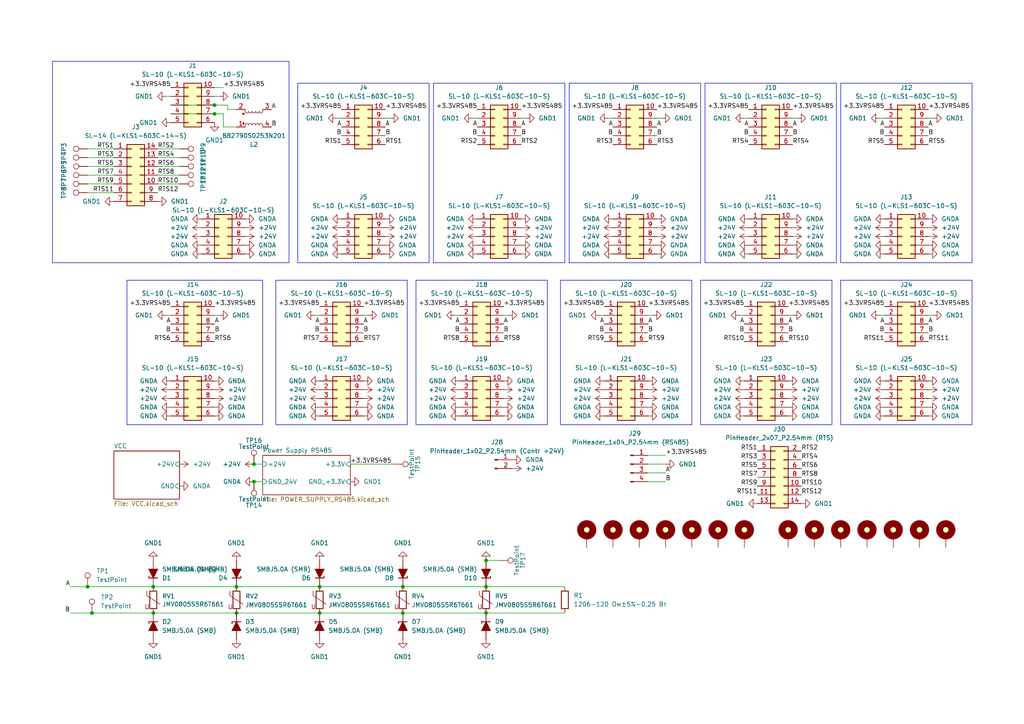
<source format=kicad_sch>
(kicad_sch (version 20250114) (generator "eeschema") (generator_version "9.0")
  (paper "A4")
  (rectangle (start 165.1 24.13) (end 203.2 76.2))
  (rectangle (start 243.84 24.13) (end 281.94 76.2))
  (rectangle (start 203.2 81.28) (end 241.3 123.19))
  (rectangle (start 15.24 17.78) (end 83.82 76.2))
  (rectangle (start 80.01 81.28) (end 118.11 123.19))
  (rectangle (start 86.36 24.13) (end 124.46 76.2))
  (rectangle (start 36.83 81.28) (end 76.2 123.19))
  (rectangle (start 162.56 81.28) (end 200.66 123.19))
  (rectangle (start 120.65 81.28) (end 158.75 123.19))
  (rectangle (start 204.47 24.13) (end 242.57 76.2))
  (rectangle (start 243.84 81.28) (end 281.94 123.19))
  (rectangle (start 125.73 24.13) (end 163.83 76.2))
  (junction (at 25.4 170.18))
  (junction (at 116.84 177.8))
  (junction (at 73.66 139.7))
  (junction (at 73.66 134.62))
  (junction (at 92.71 177.8))
  (junction (at 68.58 177.8))
  (junction (at 62.23 33.02))
  (junction (at 140.97 170.18))
  (junction (at 44.45 170.18))
  (junction (at 140.97 177.8))
  (junction (at 68.58 170.18))
  (junction (at 92.71 170.18))
  (junction (at 44.45 177.8))
  (junction (at 62.23 30.48))
  (junction (at 26.67 177.8))
  (junction (at 116.84 170.18))
  (junction (at 140.97 162.56))
  (wire (pts (xy 97.79 34.29) (xy 99.06 34.29)))
  (wire (pts (xy 101.6 134.62) (xy 114.3 134.62)))
  (wire (pts (xy 20.32 170.18) (xy 25.4 170.18)))
  (wire (pts (xy 152.4 34.29) (xy 151.13 34.29)))
  (wire (pts (xy 229.87 91.44) (xy 228.6 91.44)))
  (wire (pts (xy 140.97 177.8) (xy 163.83 177.8)))
  (wire (pts (xy 45.72 50.8) (xy 52.07 50.8)))
  (wire (pts (xy 147.32 91.44) (xy 146.05 91.44)))
  (wire (pts (xy 187.96 139.7) (xy 193.04 139.7)))
  (wire (pts (xy 231.14 34.29) (xy 229.87 34.29)))
  (wire (pts (xy 64.77 33.02) (xy 62.23 33.02)))
  (wire (pts (xy 187.96 134.62) (xy 193.04 134.62)))
  (wire (pts (xy 25.4 55.88) (xy 33.02 55.88)))
  (wire (pts (xy 25.4 170.18) (xy 44.45 170.18)))
  (wire (pts (xy 270.51 91.44) (xy 269.24 91.44)))
  (wire (pts (xy 64.77 36.83) (xy 64.77 33.02)))
  (wire (pts (xy 45.72 53.34) (xy 52.07 53.34)))
  (wire (pts (xy 48.26 27.94) (xy 49.53 27.94)))
  (wire (pts (xy 91.44 91.44) (xy 92.71 91.44)))
  (wire (pts (xy 73.66 139.7) (xy 76.2 139.7)))
  (wire (pts (xy 215.9 34.29) (xy 217.17 34.29)))
  (wire (pts (xy 25.4 50.8) (xy 33.02 50.8)))
  (wire (pts (xy 63.5 27.94) (xy 62.23 27.94)))
  (wire (pts (xy 92.71 177.8) (xy 116.84 177.8)))
  (wire (pts (xy 116.84 177.8) (xy 140.97 177.8)))
  (wire (pts (xy 132.08 91.44) (xy 133.35 91.44)))
  (wire (pts (xy 25.4 43.18) (xy 33.02 43.18)))
  (wire (pts (xy 176.53 34.29) (xy 177.8 34.29)))
  (wire (pts (xy 45.72 45.72) (xy 52.07 45.72)))
  (wire (pts (xy 49.53 33.02) (xy 62.23 33.02)))
  (wire (pts (xy 64.77 36.83) (xy 68.58 36.83)))
  (wire (pts (xy 66.04 31.75) (xy 68.58 31.75)))
  (wire (pts (xy 26.67 177.8) (xy 44.45 177.8)))
  (wire (pts (xy 49.53 30.48) (xy 62.23 30.48)))
  (wire (pts (xy 45.72 48.26) (xy 52.07 48.26)))
  (wire (pts (xy 214.63 91.44) (xy 215.9 91.44)))
  (wire (pts (xy 113.03 34.29) (xy 111.76 34.29)))
  (wire (pts (xy 137.16 34.29) (xy 138.43 34.29)))
  (wire (pts (xy 255.27 91.44) (xy 256.54 91.44)))
  (wire (pts (xy 191.77 34.29) (xy 190.5 34.29)))
  (wire (pts (xy 25.4 48.26) (xy 33.02 48.26)))
  (wire (pts (xy 48.26 91.44) (xy 49.53 91.44)))
  (wire (pts (xy 44.45 177.8) (xy 68.58 177.8)))
  (wire (pts (xy 45.72 43.18) (xy 52.07 43.18)))
  (wire (pts (xy 187.96 132.08) (xy 193.04 132.08)))
  (wire (pts (xy 25.4 45.72) (xy 33.02 45.72)))
  (wire (pts (xy 62.23 25.4) (xy 64.77 25.4)))
  (wire (pts (xy 255.27 34.29) (xy 256.54 34.29)))
  (wire (pts (xy 173.99 91.44) (xy 175.26 91.44)))
  (wire (pts (xy 270.51 34.29) (xy 269.24 34.29)))
  (wire (pts (xy 68.58 170.18) (xy 92.71 170.18)))
  (wire (pts (xy 44.45 170.18) (xy 68.58 170.18)))
  (wire (pts (xy 68.58 177.8) (xy 92.71 177.8)))
  (wire (pts (xy 116.84 170.18) (xy 140.97 170.18)))
  (wire (pts (xy 73.66 134.62) (xy 76.2 134.62)))
  (wire (pts (xy 106.68 91.44) (xy 105.41 91.44)))
  (wire (pts (xy 187.96 137.16) (xy 193.04 137.16)))
  (wire (pts (xy 66.04 30.48) (xy 62.23 30.48)))
  (wire (pts (xy 20.32 177.8) (xy 26.67 177.8)))
  (wire (pts (xy 189.23 91.44) (xy 187.96 91.44)))
  (wire (pts (xy 25.4 53.34) (xy 33.02 53.34)))
  (wire (pts (xy 66.04 31.75) (xy 66.04 30.48)))
  (wire (pts (xy 92.71 170.18) (xy 116.84 170.18)))
  (wire (pts (xy 140.97 162.56) (xy 144.78 162.56)))
  (wire (pts (xy 63.5 91.44) (xy 62.23 91.44)))
  (wire (pts (xy 140.97 170.18) (xy 163.83 170.18)))
  (label "+3.3VRS485" (at 269.24 88.9 0))
  (label "B" (at 187.96 96.52 0))
  (label "RTS7" (at 92.71 99.06 180))
  (label "A" (at 105.41 93.98 0))
  (label "RTS4" (at 217.17 41.91 180))
  (label "RTS1" (at 33.02 43.18 180))
  (label "+3.3VRS485" (at 177.8 31.75 180))
  (label "A" (at 151.13 36.83 0))
  (label "A" (at 215.9 93.98 180))
  (label "B" (at 217.17 39.37 180))
  (label "+3.3VRS485" (at 133.35 88.9 180))
  (label "RTS4" (at 229.87 41.91 0))
  (label "B" (at 99.06 39.37 180))
  (label "RTS3" (at 177.8 41.91 180))
  (label "B" (at 111.76 39.37 0))
  (label "RTS5" (at 269.24 41.91 0))
  (label "+3.3VRS485" (at 193.04 132.08 0))
  (label "A" (at 193.04 137.16 0))
  (label "+3.3VRS485" (at 228.6 88.9 0))
  (label "RTS6" (at 62.23 99.06 0))
  (label "+3.3VRS485" (at 269.24 31.75 0))
  (label "A" (at 269.24 36.83 0))
  (label "B" (at 269.24 96.52 0))
  (label "RTS10" (at 215.9 99.06 180))
  (label "RTS4" (at 232.41 133.35 0))
  (label "B" (at 92.71 96.52 180))
  (label "A" (at 111.76 36.83 0))
  (label "+3.3VRS485" (at 62.23 88.9 0))
  (label "RTS12" (at 45.72 55.88 0))
  (label "+3.3VRS485" (at 111.76 31.75 0))
  (label "RTS4" (at 45.72 45.72 0))
  (label "A" (at 269.24 93.98 0))
  (label "+3.3VRS485" (at 187.96 88.9 0))
  (label "RTS7" (at 105.41 99.06 0))
  (label "RTS7" (at 33.02 50.8 180))
  (label "B" (at 256.54 96.52 180))
  (label "RTS1" (at 111.76 41.91 0))
  (label "RTS8" (at 232.41 138.43 0))
  (label "B" (at 146.05 96.52 0))
  (label "A" (at 20.32 170.18 180))
  (label "A" (at 175.26 93.98 180))
  (label "+3.3VRS485" (at 105.41 88.9 0))
  (label "B" (at 177.8 39.37 180))
  (label "RTS8" (at 146.05 99.06 0))
  (label "RTS9" (at 219.71 140.97 180))
  (label "RTS10" (at 228.6 99.06 0))
  (label "B" (at 62.23 96.52 0))
  (label "RTS8" (at 133.35 99.06 180))
  (label "+3.3VRS485" (at 99.06 31.75 180))
  (label "B" (at 20.32 177.8 180))
  (label "RTS8" (at 45.72 50.8 0))
  (label "A" (at 190.5 36.83 0))
  (label "RTS5" (at 256.54 41.91 180))
  (label "RTS2" (at 138.43 41.91 180))
  (label "B" (at 193.04 139.7 0))
  (label "RTS6" (at 49.53 99.06 180))
  (label "RTS5" (at 219.71 135.89 180))
  (label "A" (at 228.6 93.98 0))
  (label "A" (at 78.74 31.75 0))
  (label "B" (at 229.87 39.37 0))
  (label "RTS10" (at 45.72 53.34 0))
  (label "RTS2" (at 151.13 41.91 0))
  (label "B" (at 190.5 39.37 0))
  (label "RTS11" (at 269.24 99.06 0))
  (label "RTS9" (at 33.02 53.34 180))
  (label "RTS10" (at 232.41 140.97 0))
  (label "RTS2" (at 45.72 43.18 0))
  (label "A" (at 217.17 36.83 180))
  (label "A" (at 99.06 36.83 180))
  (label "RTS6" (at 45.72 48.26 0))
  (label "+3.3VRS485" (at 190.5 31.75 0))
  (label "RTS1" (at 99.06 41.91 180))
  (label "+3.3VRS485" (at 229.87 31.75 0))
  (label "RTS9" (at 187.96 99.06 0))
  (label "RTS1" (at 219.71 130.81 180))
  (label "A" (at 229.87 36.83 0))
  (label "B" (at 78.74 36.83 0))
  (label "RTS9" (at 175.26 99.06 180))
  (label "A" (at 146.05 93.98 0))
  (label "RTS12" (at 232.41 143.51 0))
  (label "B" (at 133.35 96.52 180))
  (label "A" (at 62.23 93.98 0))
  (label "A" (at 187.96 93.98 0))
  (label "+3.3VRS485" (at 215.9 88.9 180))
  (label "B" (at 256.54 39.37 180))
  (label "RTS6" (at 232.41 135.89 0))
  (label "B" (at 138.43 39.37 180))
  (label "RTS3" (at 190.5 41.91 0))
  (label "RTS3" (at 219.71 133.35 180))
  (label "+3.3VRS485" (at 217.17 31.75 180))
  (label "+3.3VRS485" (at 64.77 25.4 0))
  (label "B" (at 269.24 39.37 0))
  (label "B" (at 151.13 39.37 0))
  (label "A" (at 92.71 93.98 180))
  (label "+3.3VRS485" (at 256.54 88.9 180))
  (label "B" (at 228.6 96.52 0))
  (label "A" (at 256.54 36.83 180))
  (label "A" (at 177.8 36.83 180))
  (label "+3.3VRS485" (at 92.71 88.9 180))
  (label "RTS7" (at 219.71 138.43 180))
  (label "+3.3VRS485" (at 151.13 31.75 0))
  (label "RTS11" (at 33.02 55.88 180))
  (label "+3.3VRS485" (at 101.6 134.62 0))
  (label "A" (at 49.53 93.98 180))
  (label "B" (at 175.26 96.52 180))
  (label "RTS3" (at 33.02 45.72 180))
  (label "+3.3VRS485" (at 138.43 31.75 180))
  (label "+3.3VRS485" (at 49.53 88.9 180))
  (label "B" (at 49.53 96.52 180))
  (label "+3.3VRS485" (at 146.05 88.9 0))
  (label "RTS11" (at 256.54 99.06 180))
  (label "+3.3VRS485" (at 175.26 88.9 180))
  (label "A" (at 133.35 93.98 180))
  (label "RTS11" (at 219.71 143.51 180))
  (label "+3.3VRS485" (at 49.53 25.4 180))
  (label "B" (at 215.9 96.52 180))
  (label "+3.3VRS485" (at 256.54 31.75 180))
  (label "B" (at 105.41 96.52 0))
  (label "RTS5" (at 33.02 48.26 180))
  (label "RTS2" (at 232.41 130.81 0))
  (label "A" (at 256.54 93.98 180))
  (label "A" (at 138.43 36.83 180))
  (symbol (lib_id "Connector_Generic:Conn_02x05_Counter_Clockwise") (at 104.14 68.58 0) (unit 1)
    (property "Reference" "J5" (at 105.41 57.15 0))
    (property "Value" "SL-10 (L-KLS1-603C-10-S)" (at 105.41 59.69 0))
    (property "Footprint" "Connector:SL-10 (L-KLS1-603C-10-S)" (effects (hide yes)))
    (property "Description" "Generic connector, double row, 02x05, counter clockwise pin numbering scheme (similar to DIP package numbering), script generated (kicad-library-utils/schlib/autogen/connector/)" (effects (hide yes)))
  )
  (symbol (lib_name "GND1_3") (lib_id "power:GND1") (at 116.84 162.56 180) (unit 1)
    (property "Reference" "#PWR032" (effects (hide yes)))
    (property "Value" "GND1" (at 116.84 157.48 0))
  )
  (symbol (lib_name "MountingHole_M3_3.2mm_Pad_4") (lib_id "PCM_SL_Mechanical:MountingHole_M3_3.2mm_Pad") (at 251.46 153.67 0) (unit 1) (in_bom no)
    (property "Reference" "H9" (effects (hide yes)))
    (property "Value" "MountingHole_M3_3.2mm_Pad" (effects (hide yes)))
    (property "Footprint" "MountingHole:MountingHole_3.2mm_M3" (effects (hide yes)))
  )
  (symbol (lib_id "Connector_Generic:Conn_02x05_Counter_Clockwise") (at 63.5 68.58 0) (unit 1)
    (property "Reference" "J2" (at 64.77 58.42 0))
    (property "Value" "SL-10 (L-KLS1-603C-10-S)" (at 64.77 60.96 0))
    (property "Footprint" "Connector:SL-10 (L-KLS1-603C-10-S)" (effects (hide yes)))
    (property "Description" "Generic connector, double row, 02x05, counter clockwise pin numbering scheme (similar to DIP package numbering), script generated (kicad-library-utils/schlib/autogen/connector/)" (effects (hide yes)))
  )
  (symbol (lib_id "Connector_Generic:Conn_02x07_Odd_Even") (at 224.79 138.43 0) (unit 1)
    (property "Reference" "J30" (at 226.06 124.46 0))
    (property "Value" "PinHeader_2x07_P2.54mm (RTS)" (at 226.06 127 0))
    (property "Footprint" "Connector_PinHeader_2.54mm:PinHeader_2x07_P2.54mm_Vertical" (effects (hide yes)))
  )
  (symbol (lib_id "Connector:TestPoint") (at 73.66 134.62 0) (unit 1)
    (property "Reference" "TP16" (at 73.66 127.762 0))
    (property "Value" "TestPoint" (at 73.66 129.54 0))
    (property "Footprint" "PCM_4ms_TestPoint:TestPoint_D1" (effects (hide yes)))
    (property "Description" "test point" (effects (hide yes)))
  )
  (symbol (lib_id "PCM_4ms_Power-symbol:GNDA") (at 190.5 73.66 90) (mirror x) (unit 1)
    (property "Reference" "#PWR074" (effects (hide yes)))
    (property "Value" "GNDA" (at 194.31 73.66 90) (effects (justify right)))
  )
  (symbol (lib_id "Connector:TestPoint") (at 52.07 48.26 270) (unit 1) (in_bom no)
    (property "Reference" "TP11" (at 58.928 48.26 0))
    (property "Value" "TestPoint" (effects (hide yes)))
    (property "Footprint" "PCM_4ms_TestPoint:TestPoint_D1" (effects (hide yes)))
    (property "Description" "test point" (effects (hide yes)))
  )
  (symbol (lib_id "PCM_4ms_Power-symbol:GNDA") (at 52.07 140.97 90) (mirror x) (unit 1)
    (property "Reference" "#PWR0156" (effects (hide yes)))
    (property "Value" "GNDA" (at 55.88 140.97 90) (effects (justify right)))
  )
  (symbol (lib_id "Connector_Generic:Conn_02x05_Counter_Clockwise") (at 138.43 115.57 0) (unit 1)
    (property "Reference" "J19" (at 139.7 104.14 0))
    (property "Value" "SL-10 (L-KLS1-603C-10-S)" (at 139.7 106.68 0))
    (property "Footprint" "Connector:SL-10 (L-KLS1-603C-10-S)" (effects (hide yes)))
    (property "Description" "Generic connector, double row, 02x05, counter clockwise pin numbering scheme (similar to DIP package numbering), script generated (kicad-library-utils/schlib/autogen/connector/)" (effects (hide yes)))
  )
  (symbol (lib_id "Connector_Generic:Conn_02x05_Counter_Clockwise") (at 54.61 30.48 0) (unit 1)
    (property "Reference" "J1" (at 55.88 19.05 0))
    (property "Value" "SL-10 (L-KLS1-603C-10-S)" (at 55.88 21.59 0))
    (property "Footprint" "Connector:SL-10 (L-KLS1-603C-10-S)" (effects (hide yes)))
    (property "Description" "Generic connector, double row, 02x05, counter clockwise pin numbering scheme (similar to DIP package numbering), script generated (kicad-library-utils/schlib/autogen/connector/)" (effects (hide yes)))
  )
  (symbol (lib_id "PCM_4ms_Power-symbol:GNDA") (at 151.13 63.5 90) (mirror x) (unit 1)
    (property "Reference" "#PWR056" (effects (hide yes)))
    (property "Value" "GNDA" (at 154.94 63.5 90) (effects (justify right)))
  )
  (symbol (lib_id "Connector:Conn_01x04_Pin") (at 182.88 134.62 0) (unit 1)
    (property "Reference" "J29" (at 184.15 125.73 0))
    (property "Value" "PinHeader_1x04_P2.54mm (RS485)" (at 182.88 128.27 0))
    (property "Footprint" "Connector_PinHeader_2.54mm:PinHeader_1x04_P2.54mm_Vertical" (effects (hide yes)))
  )
  (symbol (lib_id "PCM_4ms_Power-symbol:GNDA") (at 151.13 73.66 90) (mirror x) (unit 1)
    (property "Reference" "#PWR064" (effects (hide yes)))
    (property "Value" "GNDA" (at 154.94 73.66 90) (effects (justify right)))
  )
  (symbol (lib_name "MountingHole_M3_3.2mm_Pad_8") (lib_id "PCM_SL_Mechanical:MountingHole_M3_3.2mm_Pad") (at 215.9 153.67 0) (unit 1) (in_bom no)
    (property "Reference" "H13" (effects (hide yes)))
    (property "Value" "MountingHole_M3_3.2mm_Pad" (effects (hide yes)))
    (property "Footprint" "MountingHole:MountingHole_3.2mm_M3" (effects (hide yes)))
  )
  (symbol (lib_id "PCM_4ms_Power-symbol:GNDA") (at 228.6 118.11 90) (mirror x) (unit 1)
    (property "Reference" "#PWR0142" (effects (hide yes)))
    (property "Value" "GNDA" (at 232.41 118.11 90) (effects (justify right)))
  )
  (symbol (lib_id "power:GND1") (at 97.79 34.29 270) (unit 1)
    (property "Reference" "#PWR05" (effects (hide yes)))
    (property "Value" "GND1" (at 93.98 34.29 90) (effects (justify right)))
  )
  (symbol (lib_id "PCM_Diode_TVS_AKL:SMBJ5.0A") (at 116.84 181.61 90) (unit 1)
    (property "Reference" "D7" (at 119.38 180.34 90) (effects (justify right)))
    (property "Value" "SMBJ5.0A (SMB)" (at 119.38 182.88 90) (effects (justify right)))
    (property "Footprint" "Diode_SMD:D_SMB" (effects (hide yes)))
    (property "Datasheet" "https://www.tme.eu/Document/0b6222bec7e12d83185b51d73cb6a54d/SMBJ_ser.pdf" (effects (hide yes)))
  )
  (symbol (lib_id "power:+24V") (at 269.24 115.57 270) (unit 1)
    (property "Reference" "#PWR0150" (effects (hide yes)))
    (property "Value" "+24V" (at 273.05 115.57 90) (effects (justify left)))
  )
  (symbol (lib_name "MountingHole_M3_3.2mm_Pad_6") (lib_id "PCM_SL_Mechanical:MountingHole_M3_3.2mm_Pad") (at 236.22 153.67 0) (unit 1) (in_bom no)
    (property "Reference" "H7" (effects (hide yes)))
    (property "Value" "MountingHole_M3_3.2mm_Pad" (effects (hide yes)))
    (property "Footprint" "MountingHole:MountingHole_3.2mm_M3" (effects (hide yes)))
  )
  (symbol (lib_id "power:+24V") (at 138.43 66.04 90) (unit 1)
    (property "Reference" "#PWR057" (effects (hide yes)))
    (property "Value" "+24V" (at 134.62 66.04 90) (effects (justify left)))
  )
  (symbol (lib_id "Connector_Generic:Conn_02x05_Counter_Clockwise") (at 143.51 68.58 0) (unit 1)
    (property "Reference" "J7" (at 144.78 57.15 0))
    (property "Value" "SL-10 (L-KLS1-603C-10-S)" (at 144.78 59.69 0))
    (property "Footprint" "Connector:SL-10 (L-KLS1-603C-10-S)" (effects (hide yes)))
    (property "Description" "Generic connector, double row, 02x05, counter clockwise pin numbering scheme (similar to DIP package numbering), script generated (kicad-library-utils/schlib/autogen/connector/)" (effects (hide yes)))
  )
  (symbol (lib_id "Connector_Generic:Conn_02x05_Counter_Clockwise") (at 220.98 115.57 0) (unit 1)
    (property "Reference" "J23" (at 222.25 104.14 0))
    (property "Value" "SL-10 (L-KLS1-603C-10-S)" (at 222.25 106.68 0))
    (property "Footprint" "Connector:SL-10 (L-KLS1-603C-10-S)" (effects (hide yes)))
    (property "Description" "Generic connector, double row, 02x05, counter clockwise pin numbering scheme (similar to DIP package numbering), script generated (kicad-library-utils/schlib/autogen/connector/)" (effects (hide yes)))
  )
  (symbol (lib_id "Connector:TestPoint") (at 26.67 177.8 0) (unit 1)
    (property "Reference" "TP2" (at 29.21 173.2279 0) (effects (justify left)))
    (property "Value" "TestPoint" (at 29.21 175.7679 0) (effects (justify left)))
    (property "Footprint" "TestPoint:TestPoint_Pad_D1.0mm" (effects (hide yes)))
    (property "Description" "test point" (effects (hide yes)))
  )
  (symbol (lib_id "PCM_4ms_Power-symbol:GNDA") (at 73.66 139.7 270) (unit 1)
    (property "Reference" "#PWR0172" (effects (hide yes)))
    (property "Value" "GNDA" (at 69.85 139.7 90) (effects (justify right)))
  )
  (symbol (lib_id "Connector:TestPoint") (at 114.3 134.62 270) (unit 1)
    (property "Reference" "TP15" (at 121.158 134.62 0))
    (property "Value" "TestPoint" (at 119.38 134.62 0))
    (property "Footprint" "PCM_4ms_TestPoint:TestPoint_D1" (effects (hide yes)))
    (property "Description" "test point" (effects (hide yes)))
  )
  (symbol (lib_name "MountingHole_M3_3.2mm_Pad_5") (lib_id "PCM_SL_Mechanical:MountingHole_M3_3.2mm_Pad") (at 243.84 153.67 0) (unit 1) (in_bom no)
    (property "Reference" "H8" (effects (hide yes)))
    (property "Value" "MountingHole_M3_3.2mm_Pad" (effects (hide yes)))
    (property "Footprint" "MountingHole:MountingHole_3.2mm_M3" (effects (hide yes)))
  )
  (symbol (lib_id "PCM_4ms_Power-symbol:GNDA") (at 177.8 63.5 270) (unit 1)
    (property "Reference" "#PWR065" (effects (hide yes)))
    (property "Value" "GNDA" (at 173.99 63.5 90) (effects (justify right)))
  )
  (symbol (lib_id "PCM_4ms_Power-symbol:GNDA") (at 58.42 71.12 270) (unit 1)
    (property "Reference" "#PWR036" (effects (hide yes)))
    (property "Value" "GNDA" (at 54.61 71.12 90) (effects (justify right)))
  )
  (symbol (lib_name "MountingHole_M3_3.2mm_Pad_2") (lib_id "PCM_SL_Mechanical:MountingHole_M3_3.2mm_Pad") (at 259.08 153.67 0) (unit 1) (in_bom no)
    (property "Reference" "H10" (effects (hide yes)))
    (property "Value" "MountingHole_M3_3.2mm_Pad" (effects (hide yes)))
    (property "Footprint" "MountingHole:MountingHole_3.2mm_M3" (effects (hide yes)))
  )
  (symbol (lib_id "power:+24V") (at 58.42 66.04 90) (unit 1)
    (property "Reference" "#PWR038" (effects (hide yes)))
    (property "Value" "+24V" (at 54.61 66.04 90) (effects (justify left)))
  )
  (symbol (lib_id "PCM_4ms_Power-symbol:GNDA") (at 58.42 63.5 270) (unit 1)
    (property "Reference" "#PWR040" (effects (hide yes)))
    (property "Value" "GNDA" (at 54.61 63.5 90) (effects (justify right)))
  )
  (symbol (lib_id "Connector_Generic:Conn_02x05_Counter_Clockwise") (at 261.62 93.98 0) (unit 1)
    (property "Reference" "J24" (at 262.89 82.55 0))
    (property "Value" "SL-10 (L-KLS1-603C-10-S)" (at 262.89 85.09 0))
    (property "Footprint" "Connector:SL-10 (L-KLS1-603C-10-S)" (effects (hide yes)))
    (property "Description" "Generic connector, double row, 02x05, counter clockwise pin numbering scheme (similar to DIP package numbering), script generated (kicad-library-utils/schlib/autogen/connector/)" (effects (hide yes)))
  )
  (symbol (lib_id "Connector:TestPoint") (at 25.4 48.26 90) (unit 1) (in_bom no)
    (property "Reference" "TP5" (at 18.542 48.26 0))
    (property "Value" "TestPoint" (effects (hide yes)))
    (property "Footprint" "PCM_4ms_TestPoint:TestPoint_D1" (effects (hide yes)))
    (property "Description" "test point" (effects (hide yes)))
  )
  (symbol (lib_id "PCM_4ms_Power-symbol:GNDA") (at 99.06 71.12 270) (unit 1)
    (property "Reference" "#PWR051" (effects (hide yes)))
    (property "Value" "GNDA" (at 95.25 71.12 90) (effects (justify right)))
  )
  (symbol (lib_id "PCM_4ms_Power-symbol:GNDA") (at 92.71 110.49 270) (unit 1)
    (property "Reference" "#PWR0105" (effects (hide yes)))
    (property "Value" "GNDA" (at 88.9 110.49 90) (effects (justify right)))
  )
  (symbol (lib_id "power:GND1") (at 231.14 34.29 90) (unit 1)
    (property "Reference" "#PWR012" (effects (hide yes)))
    (property "Value" "GND1" (at 234.95 34.29 90) (effects (justify right)))
  )
  (symbol (lib_id "Device:Varistor") (at 68.58 173.99 0) (unit 1)
    (property "Reference" "RV2" (at 71.12 172.9133 0) (effects (justify left)))
    (property "Value" "JMV0805S5R6T661" (at 71.12 175.4533 0) (effects (justify left)))
    (property "Footprint" "Resistor_SMD:R_0805_2012Metric" (effects (hide yes)))
    (property "Sim.Name" "kicad_builtin_varistor" (effects (hide yes)))
    (property "Sim.Device" "SUBCKT" (effects (hide yes)))
    (property "Sim.Pins" "1=A 2=B" (effects (hide yes)))
    (property "Sim.Params" "threshold=1k" (effects (hide yes)))
    (property "Sim.Library" "${KICAD7_SYMBOL_DIR}/Simulation_SPICE.sp" (effects (hide yes)))
  )
  (symbol (lib_id "PCM_Diode_TVS_AKL:SMBJ5.0A") (at 116.84 166.37 270) (unit 1)
    (property "Reference" "D8" (at 114.3 167.64 90) (effects (justify right)))
    (property "Value" "SMBJ5.0A (SMB)" (at 114.3 165.1 90) (effects (justify right)))
    (property "Footprint" "Diode_SMD:D_SMB" (effects (hide yes)))
    (property "Datasheet" "https://www.tme.eu/Document/0b6222bec7e12d83185b51d73cb6a54d/SMBJ_ser.pdf" (effects (hide yes)))
  )
  (symbol (lib_id "PCM_4ms_Power-symbol:GNDA") (at 215.9 120.65 270) (unit 1)
    (property "Reference" "#PWR0143" (effects (hide yes)))
    (property "Value" "GNDA" (at 212.09 120.65 90) (effects (justify right)))
  )
  (symbol (lib_id "PCM_4ms_Power-symbol:GNDA") (at 58.42 73.66 270) (unit 1)
    (property "Reference" "#PWR041" (effects (hide yes)))
    (property "Value" "GNDA" (at 54.61 73.66 90) (effects (justify right)))
  )
  (symbol (lib_id "power:+24V") (at 269.24 113.03 270) (unit 1)
    (property "Reference" "#PWR0148" (effects (hide yes)))
    (property "Value" "+24V" (at 273.05 113.03 90) (effects (justify left)))
  )
  (symbol (lib_id "power:+24V") (at 52.07 134.62 270) (unit 1)
    (property "Reference" "#PWR0155" (effects (hide yes)))
    (property "Value" "+24V" (at 55.88 134.62 90) (effects (justify left)))
  )
  (symbol (lib_id "PCM_4ms_Power-symbol:GNDA") (at 229.87 73.66 90) (mirror x) (unit 1)
    (property "Reference" "#PWR084" (effects (hide yes)))
    (property "Value" "GNDA" (at 233.68 73.66 90) (effects (justify right)))
  )
  (symbol (lib_id "power:GND1") (at 91.44 91.44 270) (unit 1)
    (property "Reference" "#PWR017" (effects (hide yes)))
    (property "Value" "GND1" (at 87.63 91.44 90) (effects (justify right)))
  )
  (symbol (lib_id "PCM_4ms_Power-symbol:GNDA") (at 111.76 73.66 90) (mirror x) (unit 1)
    (property "Reference" "#PWR054" (effects (hide yes)))
    (property "Value" "GNDA" (at 115.57 73.66 90) (effects (justify right)))
  )
  (symbol (lib_name "+24V_1") (lib_id "power:+24V") (at 148.59 135.89 270) (unit 1)
    (property "Reference" "#PWR0187" (effects (hide yes)))
    (property "Value" "+24V" (at 152.4 135.89 90) (effects (justify left)))
  )
  (symbol (lib_id "PCM_4ms_Power-symbol:GNDA") (at 71.12 73.66 90) (mirror x) (unit 1)
    (property "Reference" "#PWR044" (effects (hide yes)))
    (property "Value" "GNDA" (at 74.93 73.66 90) (effects (justify right)))
  )
  (symbol (lib_id "PCM_4ms_Power-symbol:GNDA") (at 49.53 110.49 270) (unit 1)
    (property "Reference" "#PWR095" (effects (hide yes)))
    (property "Value" "GNDA" (at 45.72 110.49 90) (effects (justify right)))
  )
  (symbol (lib_name "GND1_1") (lib_id "power:GND1") (at 48.26 27.94 270) (unit 1)
    (property "Reference" "#PWR03" (effects (hide yes)))
    (property "Value" "GND1" (at 44.45 27.94 90) (effects (justify right)))
  )
  (symbol (lib_id "power:+24V") (at 99.06 66.04 90) (unit 1)
    (property "Reference" "#PWR047" (effects (hide yes)))
    (property "Value" "+24V" (at 95.25 66.04 90) (effects (justify left)))
  )
  (symbol (lib_name "GND1_11") (lib_id "power:GND1") (at 140.97 185.42 0) (unit 1)
    (property "Reference" "#PWR033" (effects (hide yes)))
    (property "Value" "GND1" (at 140.97 190.5 0))
  )
  (symbol (lib_id "power:+24V") (at 175.26 115.57 90) (unit 1)
    (property "Reference" "#PWR0129" (effects (hide yes)))
    (property "Value" "+24V" (at 171.45 115.57 90) (effects (justify left)))
  )
  (symbol (lib_id "power:+24V") (at 62.23 115.57 270) (unit 1)
    (property "Reference" "#PWR0100" (effects (hide yes)))
    (property "Value" "+24V" (at 66.04 115.57 90) (effects (justify left)))
  )
  (symbol (lib_id "PCM_Diode_TVS_AKL:SMBJ5.0A") (at 44.45 181.61 90) (unit 1)
    (property "Reference" "D2" (at 46.99 180.34 90) (effects (justify right)))
    (property "Value" "SMBJ5.0A (SMB)" (at 46.99 182.88 90) (effects (justify right)))
    (property "Footprint" "Diode_SMD:D_SMB" (effects (hide yes)))
    (property "Datasheet" "https://www.tme.eu/Document/0b6222bec7e12d83185b51d73cb6a54d/SMBJ_ser.pdf" (effects (hide yes)))
  )
  (symbol (lib_id "Connector_Generic:Conn_02x07_Counter_Clockwise") (at 38.1 50.8 0) (unit 1)
    (property "Reference" "J3" (at 39.37 36.83 0))
    (property "Value" "SL-14 (L-KLS1-603C-14-S)" (at 39.37 39.37 0))
    (property "Footprint" "Connector:SL-14 (L-KLS1-603C-14-S)" (effects (hide yes)))
  )
  (symbol (lib_id "PCM_4ms_Power-symbol:GNDA") (at 62.23 120.65 90) (mirror x) (unit 1)
    (property "Reference" "#PWR0104" (effects (hide yes)))
    (property "Value" "GNDA" (at 66.04 120.65 90) (effects (justify right)))
  )
  (symbol (lib_id "PCM_4ms_Power-symbol:GNDA") (at 175.26 110.49 270) (unit 1)
    (property "Reference" "#PWR0125" (effects (hide yes)))
    (property "Value" "GNDA" (at 171.45 110.49 90) (effects (justify right)))
  )
  (symbol (lib_id "PCM_4ms_Power-symbol:GNDA") (at 111.76 63.5 90) (mirror x) (unit 1)
    (property "Reference" "#PWR046" (effects (hide yes)))
    (property "Value" "GNDA" (at 115.57 63.5 90) (effects (justify right)))
  )
  (symbol (lib_id "PCM_Diode_TVS_AKL:SMBJ5.0A") (at 44.45 166.37 90) (mirror x) (unit 1)
    (property "Reference" "D1" (at 46.99 167.64 90) (effects (justify right)))
    (property "Value" "SMBJ5.0A (SMB)" (at 46.99 165.1 90) (effects (justify right)))
    (property "Footprint" "Diode_SMD:D_SMB" (effects (hide yes)))
    (property "Datasheet" "https://www.tme.eu/Document/0b6222bec7e12d83185b51d73cb6a54d/SMBJ_ser.pdf" (effects (hide yes)))
  )
  (symbol (lib_id "Connector:TestPoint") (at 25.4 50.8 90) (unit 1) (in_bom no)
    (property "Reference" "TP6" (at 18.542 50.8 0))
    (property "Value" "TestPoint" (effects (hide yes)))
    (property "Footprint" "PCM_4ms_TestPoint:TestPoint_D1" (effects (hide yes)))
    (property "Description" "test point" (effects (hide yes)))
  )
  (symbol (lib_id "PCM_4ms_Power-symbol:GNDA") (at 146.05 118.11 90) (mirror x) (unit 1)
    (property "Reference" "#PWR0122" (effects (hide yes)))
    (property "Value" "GNDA" (at 149.86 118.11 90) (effects (justify right)))
  )
  (symbol (lib_id "Connector:TestPoint") (at 144.78 162.56 270) (unit 1)
    (property "Reference" "TP17" (at 151.638 162.56 0))
    (property "Value" "TestPoint" (at 149.86 162.56 0))
    (property "Footprint" "TestPoint:TestPoint_Pad_D1.0mm" (effects (hide yes)))
    (property "Description" "test point" (effects (hide yes)))
  )
  (symbol (lib_id "power:+24V") (at 228.6 115.57 270) (unit 1)
    (property "Reference" "#PWR0140" (effects (hide yes)))
    (property "Value" "+24V" (at 232.41 115.57 90) (effects (justify left)))
  )
  (symbol (lib_id "power:+24V") (at 71.12 66.04 270) (unit 1)
    (property "Reference" "#PWR037" (effects (hide yes)))
    (property "Value" "+24V" (at 74.93 66.04 90) (effects (justify left)))
  )
  (symbol (lib_name "GND1_6") (lib_id "power:GND1") (at 44.45 162.56 0) (mirror x) (unit 1)
    (property "Reference" "#PWR02" (effects (hide yes)))
    (property "Value" "GND1" (at 44.45 157.48 0))
  )
  (symbol (lib_id "Device:Varistor") (at 44.45 173.99 0) (unit 1)
    (property "Reference" "RV1" (at 46.99 172.9133 0) (effects (justify left)))
    (property "Value" "JMV0805S5R6T661" (at 46.99 175.26 0) (effects (justify left)))
    (property "Footprint" "Resistor_SMD:R_0805_2012Metric" (effects (hide yes)))
    (property "Sim.Name" "kicad_builtin_varistor" (effects (hide yes)))
    (property "Sim.Device" "SUBCKT" (effects (hide yes)))
    (property "Sim.Pins" "1=A 2=B" (effects (hide yes)))
    (property "Sim.Params" "threshold=1k" (effects (hide yes)))
    (property "Sim.Library" "${KICAD7_SYMBOL_DIR}/Simulation_SPICE.sp" (effects (hide yes)))
  )
  (symbol (lib_id "power:+24V") (at 99.06 68.58 90) (unit 1)
    (property "Reference" "#PWR049" (effects (hide yes)))
    (property "Value" "+24V" (at 95.25 68.58 90) (effects (justify left)))
  )
  (symbol (lib_name "MountingHole_M3_3.2mm_Pad_9") (lib_id "PCM_SL_Mechanical:MountingHole_M3_3.2mm_Pad") (at 208.28 153.67 0) (unit 1) (in_bom no)
    (property "Reference" "H6" (effects (hide yes)))
    (property "Value" "MountingHole_M3_3.2mm_Pad" (effects (hide yes)))
    (property "Footprint" "MountingHole:MountingHole_3.2mm_M3" (effects (hide yes)))
  )
  (symbol (lib_id "power:+24V") (at 229.87 68.58 270) (unit 1)
    (property "Reference" "#PWR080" (effects (hide yes)))
    (property "Value" "+24V" (at 233.68 68.58 90) (effects (justify left)))
  )
  (symbol (lib_id "PCM_4ms_Power-symbol:GNDA") (at 62.23 118.11 90) (mirror x) (unit 1)
    (property "Reference" "#PWR0102" (effects (hide yes)))
    (property "Value" "GNDA" (at 66.04 118.11 90) (effects (justify right)))
  )
  (symbol (lib_id "PCM_4ms_Power-symbol:GNDA") (at 105.41 118.11 90) (mirror x) (unit 1)
    (property "Reference" "#PWR0112" (effects (hide yes)))
    (property "Value" "GNDA" (at 109.22 118.11 90) (effects (justify right)))
  )
  (symbol (lib_name "GND1_7") (lib_id "power:GND1") (at 44.45 185.42 0) (unit 1)
    (property "Reference" "#PWR01" (effects (hide yes)))
    (property "Value" "GND1" (at 44.45 190.5 0))
  )
  (symbol (lib_id "PCM_4ms_Power-symbol:GNDA") (at 215.9 118.11 270) (unit 1)
    (property "Reference" "#PWR0141" (effects (hide yes)))
    (property "Value" "GNDA" (at 212.09 118.11 90) (effects (justify right)))
  )
  (symbol (lib_id "Connector_Generic:Conn_02x05_Counter_Clockwise") (at 138.43 93.98 0) (unit 1)
    (property "Reference" "J18" (at 139.7 82.55 0))
    (property "Value" "SL-10 (L-KLS1-603C-10-S)" (at 139.7 85.09 0))
    (property "Footprint" "Connector:SL-10 (L-KLS1-603C-10-S)" (effects (hide yes)))
    (property "Description" "Generic connector, double row, 02x05, counter clockwise pin numbering scheme (similar to DIP package numbering), script generated (kicad-library-utils/schlib/autogen/connector/)" (effects (hide yes)))
  )
  (symbol (lib_name "GND1_5") (lib_id "power:GND1") (at 68.58 162.56 180) (unit 1)
    (property "Reference" "#PWR028" (effects (hide yes)))
    (property "Value" "GND1" (at 68.58 157.48 0))
  )
  (symbol (lib_id "power:GND1") (at 132.08 91.44 270) (unit 1)
    (property "Reference" "#PWR019" (effects (hide yes)))
    (property "Value" "GND1" (at 128.27 91.44 90) (effects (justify right)))
  )
  (symbol (lib_name "GND1_4") (lib_id "power:GND1") (at 92.71 162.56 180) (unit 1)
    (property "Reference" "#PWR030" (effects (hide yes)))
    (property "Value" "GND1" (at 92.71 157.48 0))
  )
  (symbol (lib_name "MountingHole_M3_3.2mm_Pad_1") (lib_id "PCM_SL_Mechanical:MountingHole_M3_3.2mm_Pad") (at 266.7 153.67 0) (unit 1) (in_bom no)
    (property "Reference" "H11" (effects (hide yes)))
    (property "Value" "MountingHole_M3_3.2mm_Pad" (effects (hide yes)))
    (property "Footprint" "MountingHole:MountingHole_3.2mm_M3" (effects (hide yes)))
  )
  (symbol (lib_id "Connector_Generic:Conn_02x05_Counter_Clockwise") (at 104.14 36.83 0) (unit 1)
    (property "Reference" "J4" (at 105.41 25.4 0))
    (property "Value" "SL-10 (L-KLS1-603C-10-S)" (at 105.41 27.94 0))
    (property "Footprint" "Connector:SL-10 (L-KLS1-603C-10-S)" (effects (hide yes)))
    (property "Description" "Generic connector, double row, 02x05, counter clockwise pin numbering scheme (similar to DIP package numbering), script generated (kicad-library-utils/schlib/autogen/connector/)" (effects (hide yes)))
  )
  (symbol (lib_name "GND1_1") (lib_id "power:GND1") (at 193.04 134.62 90) (mirror x) (unit 1)
    (property "Reference" "#PWR0188" (effects (hide yes)))
    (property "Value" "GND1" (at 196.85 134.62 90) (effects (justify right)))
  )
  (symbol (lib_id "PCM_4ms_Power-symbol:GNDA") (at 151.13 71.12 90) (mirror x) (unit 1)
    (property "Reference" "#PWR062" (effects (hide yes)))
    (property "Value" "GNDA" (at 154.94 71.12 90) (effects (justify right)))
  )
  (symbol (lib_id "power:+24V") (at 177.8 68.58 90) (unit 1)
    (property "Reference" "#PWR069" (effects (hide yes)))
    (property "Value" "+24V" (at 173.99 68.58 90) (effects (justify left)))
  )
  (symbol (lib_id "PCM_4ms_Power-symbol:GNDA") (at 215.9 110.49 270) (unit 1)
    (property "Reference" "#PWR0135" (effects (hide yes)))
    (property "Value" "GNDA" (at 212.09 110.49 90) (effects (justify right)))
  )
  (symbol (lib_id "power:+24V") (at 190.5 66.04 270) (unit 1)
    (property "Reference" "#PWR068" (effects (hide yes)))
    (property "Value" "+24V" (at 194.31 66.04 90) (effects (justify left)))
  )
  (symbol (lib_id "Connector_Generic:Conn_02x05_Counter_Clockwise") (at 97.79 115.57 0) (unit 1)
    (property "Reference" "J17" (at 99.06 104.14 0))
    (property "Value" "SL-10 (L-KLS1-603C-10-S)" (at 99.06 106.68 0))
    (property "Footprint" "Connector:SL-10 (L-KLS1-603C-10-S)" (effects (hide yes)))
    (property "Description" "Generic connector, double row, 02x05, counter clockwise pin numbering scheme (similar to DIP package numbering), script generated (kicad-library-utils/schlib/autogen/connector/)" (effects (hide yes)))
  )
  (symbol (lib_id "power:GND1") (at 270.51 34.29 90) (unit 1)
    (property "Reference" "#PWR014" (effects (hide yes)))
    (property "Value" "GND1" (at 274.32 34.29 90) (effects (justify right)))
  )
  (symbol (lib_id "Connector:TestPoint") (at 52.07 43.18 270) (unit 1) (in_bom no)
    (property "Reference" "TP9" (at 58.928 43.18 0))
    (property "Value" "TestPoint" (effects (hide yes)))
    (property "Footprint" "PCM_4ms_TestPoint:TestPoint_D1" (effects (hide yes)))
    (property "Description" "test point" (effects (hide yes)))
  )
  (symbol (lib_id "PCM_Diode_TVS_AKL:SMBJ5.0A") (at 140.97 166.37 270) (unit 1)
    (property "Reference" "D10" (at 138.43 167.64 90) (effects (justify right)))
    (property "Value" "SMBJ5.0A (SMB)" (at 138.43 165.1 90) (effects (justify right)))
    (property "Footprint" "Diode_SMD:D_SMB" (effects (hide yes)))
    (property "Datasheet" "https://www.tme.eu/Document/0b6222bec7e12d83185b51d73cb6a54d/SMBJ_ser.pdf" (effects (hide yes)))
  )
  (symbol (lib_id "PCM_Diode_TVS_AKL:SMBJ5.0A") (at 92.71 181.61 90) (unit 1)
    (property "Reference" "D5" (at 95.25 180.34 90) (effects (justify right)))
    (property "Value" "SMBJ5.0A (SMB)" (at 95.25 182.88 90) (effects (justify right)))
    (property "Footprint" "Diode_SMD:D_SMB" (effects (hide yes)))
    (property "Datasheet" "https://www.tme.eu/Document/0b6222bec7e12d83185b51d73cb6a54d/SMBJ_ser.pdf" (effects (hide yes)))
  )
  (symbol (lib_id "power:+24V") (at 92.71 115.57 90) (unit 1)
    (property "Reference" "#PWR0109" (effects (hide yes)))
    (property "Value" "+24V" (at 88.9 115.57 90) (effects (justify left)))
  )
  (symbol (lib_id "Connector_Generic:Conn_02x05_Counter_Clockwise") (at 143.51 36.83 0) (unit 1)
    (property "Reference" "J6" (at 144.78 25.4 0))
    (property "Value" "SL-10 (L-KLS1-603C-10-S)" (at 144.78 27.94 0))
    (property "Footprint" "Connector:SL-10 (L-KLS1-603C-10-S)" (effects (hide yes)))
    (property "Description" "Generic connector, double row, 02x05, counter clockwise pin numbering scheme (similar to DIP package numbering), script generated (kicad-library-utils/schlib/autogen/connector/)" (effects (hide yes)))
  )
  (symbol (lib_id "power:+24V") (at 151.13 68.58 270) (unit 1)
    (property "Reference" "#PWR060" (effects (hide yes)))
    (property "Value" "+24V" (at 154.94 68.58 90) (effects (justify left)))
  )
  (symbol (lib_name "MountingHole_M3_3.2mm_Pad_10") (lib_id "PCM_SL_Mechanical:MountingHole_M3_3.2mm_Pad") (at 200.66 153.67 0) (unit 1) (in_bom no)
    (property "Reference" "H5" (effects (hide yes)))
    (property "Value" "MountingHole_M3_3.2mm_Pad" (effects (hide yes)))
    (property "Footprint" "MountingHole:MountingHole_3.2mm_M3" (effects (hide yes)))
  )
  (symbol (lib_id "power:GND1") (at 214.63 91.44 270) (unit 1)
    (property "Reference" "#PWR023" (effects (hide yes)))
    (property "Value" "GND1" (at 210.82 91.44 90) (effects (justify right)))
  )
  (symbol (lib_id "PCM_4ms_Power-symbol:GNDA") (at 49.53 118.11 270) (unit 1)
    (property "Reference" "#PWR0101" (effects (hide yes)))
    (property "Value" "GNDA" (at 45.72 118.11 90) (effects (justify right)))
  )
  (symbol (lib_id "power:+24V") (at 217.17 68.58 90) (unit 1)
    (property "Reference" "#PWR079" (effects (hide yes)))
    (property "Value" "+24V" (at 213.36 68.58 90) (effects (justify left)))
  )
  (symbol (lib_id "Connector_Generic:Conn_02x05_Counter_Clockwise") (at 222.25 36.83 0) (unit 1)
    (property "Reference" "J10" (at 223.52 25.4 0))
    (property "Value" "SL-10 (L-KLS1-603C-10-S)" (at 223.52 27.94 0))
    (property "Footprint" "Connector:SL-10 (L-KLS1-603C-10-S)" (effects (hide yes)))
    (property "Description" "Generic connector, double row, 02x05, counter clockwise pin numbering scheme (similar to DIP package numbering), script generated (kicad-library-utils/schlib/autogen/connector/)" (effects (hide yes)))
  )
  (symbol (lib_id "PCM_4ms_Power-symbol:GNDA") (at 187.96 120.65 90) (mirror x) (unit 1)
    (property "Reference" "#PWR0134" (effects (hide yes)))
    (property "Value" "GNDA" (at 191.77 120.65 90) (effects (justify right)))
  )
  (symbol (lib_id "Connector_Generic:Conn_02x05_Counter_Clockwise") (at 182.88 36.83 0) (unit 1)
    (property "Reference" "J8" (at 184.15 25.4 0))
    (property "Value" "SL-10 (L-KLS1-603C-10-S)" (at 184.15 27.94 0))
    (property "Footprint" "Connector:SL-10 (L-KLS1-603C-10-S)" (effects (hide yes)))
    (property "Description" "Generic connector, double row, 02x05, counter clockwise pin numbering scheme (similar to DIP package numbering), script generated (kicad-library-utils/schlib/autogen/connector/)" (effects (hide yes)))
  )
  (symbol (lib_id "PCM_4ms_Power-symbol:GNDA") (at 133.35 120.65 270) (unit 1)
    (property "Reference" "#PWR0123" (effects (hide yes)))
    (property "Value" "GNDA" (at 129.54 120.65 90) (effects (justify right)))
  )
  (symbol (lib_id "power:+24V") (at 256.54 115.57 90) (unit 1)
    (property "Reference" "#PWR0149" (effects (hide yes)))
    (property "Value" "+24V" (at 252.73 115.57 90) (effects (justify left)))
  )
  (symbol (lib_id "PCM_4ms_Power-symbol:GNDA") (at 256.54 118.11 270) (unit 1)
    (property "Reference" "#PWR0151" (effects (hide yes)))
    (property "Value" "GNDA" (at 252.73 118.11 90) (effects (justify right)))
  )
  (symbol (lib_id "power:GND1") (at 255.27 34.29 270) (unit 1)
    (property "Reference" "#PWR013" (effects (hide yes)))
    (property "Value" "GND1" (at 251.46 34.29 90) (effects (justify right)))
  )
  (symbol (lib_name "GND1_2") (lib_id "power:GND1") (at 140.97 162.56 180) (unit 1)
    (property "Reference" "#PWR034" (effects (hide yes)))
    (property "Value" "GND1" (at 140.97 157.48 0))
  )
  (symbol (lib_id "power:GND1") (at 173.99 91.44 270) (unit 1)
    (property "Reference" "#PWR021" (effects (hide yes)))
    (property "Value" "GND1" (at 170.18 91.44 90) (effects (justify right)))
  )
  (symbol (lib_id "PCM_4ms_Power-symbol:GNDA") (at 256.54 73.66 270) (unit 1)
    (property "Reference" "#PWR093" (effects (hide yes)))
    (property "Value" "GNDA" (at 252.73 73.66 90) (effects (justify right)))
  )
  (symbol (lib_id "Device:R") (at 163.83 173.99 0) (unit 1)
    (property "Reference" "R1" (at 166.37 172.72 0) (effects (justify left)))
    (property "Value" "1206-120 Ом±5%-0,25 Вт" (at 166.37 175.26 0) (effects (justify left)))
    (property "Footprint" "Resistor_SMD:R_1206_3216Metric" (effects (hide yes)))
  )
  (symbol (lib_id "power:+24V") (at 187.96 115.57 270) (unit 1)
    (property "Reference" "#PWR0130" (effects (hide yes)))
    (property "Value" "+24V" (at 191.77 115.57 90) (effects (justify left)))
  )
  (symbol (lib_id "power:+24V") (at 217.17 66.04 90) (unit 1)
    (property "Reference" "#PWR077" (effects (hide yes)))
    (property "Value" "+24V" (at 213.36 66.04 90) (effects (justify left)))
  )
  (symbol (lib_id "PCM_4ms_Power-symbol:GNDA") (at 229.87 63.5 90) (mirror x) (unit 1)
    (property "Reference" "#PWR076" (effects (hide yes)))
    (property "Value" "GNDA" (at 233.68 63.5 90) (effects (justify right)))
  )
  (symbol (lib_id "Connector:TestPoint") (at 25.4 43.18 90) (unit 1) (in_bom no)
    (property "Reference" "TP3" (at 18.542 43.18 0))
    (property "Value" "TestPoint" (effects (hide yes)))
    (property "Footprint" "TestPoint:TestPoint_Pad_D1.0mm" (effects (hide yes)))
    (property "Description" "test point" (effects (hide yes)))
  )
  (symbol (lib_id "PCM_4ms_Power-symbol:GNDA") (at 49.53 120.65 270) (unit 1)
    (property "Reference" "#PWR0103" (effects (hide yes)))
    (property "Value" "GNDA" (at 45.72 120.65 90) (effects (justify right)))
  )
  (symbol (lib_id "Device:Varistor") (at 140.97 173.99 0) (unit 1)
    (property "Reference" "RV5" (at 143.51 172.9133 0) (effects (justify left)))
    (property "Value" "JMV0805S5R6T661" (at 143.51 175.4533 0) (effects (justify left)))
    (property "Footprint" "Resistor_SMD:R_0805_2012Metric" (effects (hide yes)))
    (property "Sim.Name" "kicad_builtin_varistor" (effects (hide yes)))
    (property "Sim.Device" "SUBCKT" (effects (hide yes)))
    (property "Sim.Pins" "1=A 2=B" (effects (hide yes)))
    (property "Sim.Params" "threshold=1k" (effects (hide yes)))
    (property "Sim.Library" "${KICAD7_SYMBOL_DIR}/Simulation_SPICE.sp" (effects (hide yes)))
  )
  (symbol (lib_name "MountingHole_M3_3.2mm_Pad_7") (lib_id "PCM_SL_Mechanical:MountingHole_M3_3.2mm_Pad") (at 228.6 153.67 0) (unit 1) (in_bom no)
    (property "Reference" "H14" (effects (hide yes)))
    (property "Value" "MountingHole_M3_3.2mm_Pad" (effects (hide yes)))
    (property "Footprint" "MountingHole:MountingHole_3.2mm_M3" (effects (hide yes)))
  )
  (symbol (lib_id "PCM_4ms_Power-symbol:GNDA") (at 146.05 110.49 90) (mirror x) (unit 1)
    (property "Reference" "#PWR0116" (effects (hide yes)))
    (property "Value" "GNDA" (at 149.86 110.49 90) (effects (justify right)))
  )
  (symbol (lib_name "GND1_9") (lib_id "power:GND1") (at 92.71 185.42 0) (unit 1)
    (property "Reference" "#PWR029" (effects (hide yes)))
    (property "Value" "GND1" (at 92.71 190.5 0))
  )
  (symbol (lib_id "PCM_4ms_Power-symbol:GNDA") (at 228.6 110.49 90) (mirror x) (unit 1)
    (property "Reference" "#PWR0136" (effects (hide yes)))
    (property "Value" "GNDA" (at 232.41 110.49 90) (effects (justify right)))
  )
  (symbol (lib_id "Connector:TestPoint") (at 52.07 50.8 270) (unit 1) (in_bom no)
    (property "Reference" "TP12" (at 58.928 50.8 0))
    (property "Value" "TestPoint" (effects (hide yes)))
    (property "Footprint" "PCM_4ms_TestPoint:TestPoint_D1" (effects (hide yes)))
    (property "Description" "test point" (effects (hide yes)))
  )
  (symbol (lib_name "TestPoint_1") (lib_id "Connector:TestPoint") (at 25.4 55.88 90) (unit 1) (in_bom no)
    (property "Reference" "TP8" (at 18.542 55.88 0))
    (property "Value" "TestPoint" (effects (hide yes)))
    (property "Footprint" "PCM_4ms_TestPoint:TestPoint_D1" (effects (hide yes)))
    (property "Description" "test point" (effects (hide yes)))
  )
  (symbol (lib_id "Connector_Generic:Conn_02x05_Counter_Clockwise") (at 180.34 115.57 0) (unit 1)
    (property "Reference" "J21" (at 181.61 104.14 0))
    (property "Value" "SL-10 (L-KLS1-603C-10-S)" (at 181.61 106.68 0))
    (property "Footprint" "Connector:SL-10 (L-KLS1-603C-10-S)" (effects (hide yes)))
    (property "Description" "Generic connector, double row, 02x05, counter clockwise pin numbering scheme (similar to DIP package numbering), script generated (kicad-library-utils/schlib/autogen/connector/)" (effects (hide yes)))
  )
  (symbol (lib_id "PCM_4ms_Power-symbol:GNDA") (at 269.24 73.66 90) (mirror x) (unit 1)
    (property "Reference" "#PWR094" (effects (hide yes)))
    (property "Value" "GNDA" (at 273.05 73.66 90) (effects (justify right)))
  )
  (symbol (lib_id "PCM_4ms_Power-symbol:GNDA") (at 256.54 110.49 270) (unit 1)
    (property "Reference" "#PWR0145" (effects (hide yes)))
    (property "Value" "GNDA" (at 252.73 110.49 90) (effects (justify right)))
  )
  (symbol (lib_id "PCM_Diode_TVS_AKL:SMBJ5.0A") (at 68.58 181.61 90) (unit 1)
    (property "Reference" "D3" (at 71.12 180.34 90) (effects (justify right)))
    (property "Value" "SMBJ5.0A (SMB)" (at 71.12 182.88 90) (effects (justify right)))
    (property "Footprint" "Diode_SMD:D_SMB" (effects (hide yes)))
    (property "Datasheet" "https://www.tme.eu/Document/0b6222bec7e12d83185b51d73cb6a54d/SMBJ_ser.pdf" (effects (hide yes)))
  )
  (symbol (lib_id "PCM_4ms_Power-symbol:GNDA") (at 187.96 118.11 90) (mirror x) (unit 1)
    (property "Reference" "#PWR0132" (effects (hide yes)))
    (property "Value" "GNDA" (at 191.77 118.11 90) (effects (justify right)))
  )
  (symbol (lib_id "PCM_4ms_Power-symbol:GNDA") (at 217.17 71.12 270) (unit 1)
    (property "Reference" "#PWR081" (effects (hide yes)))
    (property "Value" "GNDA" (at 213.36 71.12 90) (effects (justify right)))
  )
  (symbol (lib_id "Connector_Generic:Conn_02x05_Counter_Clockwise") (at 222.25 68.58 0) (unit 1)
    (property "Reference" "J11" (at 223.52 57.15 0))
    (property "Value" "SL-10 (L-KLS1-603C-10-S)" (at 223.52 59.69 0))
    (property "Footprint" "Connector:SL-10 (L-KLS1-603C-10-S)" (effects (hide yes)))
    (property "Description" "Generic connector, double row, 02x05, counter clockwise pin numbering scheme (similar to DIP package numbering), script generated (kicad-library-utils/schlib/autogen/connector/)" (effects (hide yes)))
  )
  (symbol (lib_id "power:+24V") (at 49.53 113.03 90) (unit 1)
    (property "Reference" "#PWR097" (effects (hide yes)))
    (property "Value" "+24V" (at 45.72 113.03 90) (effects (justify left)))
  )
  (symbol (lib_id "PCM_4ms_Power-symbol:GNDA") (at 105.41 120.65 90) (mirror x) (unit 1)
    (property "Reference" "#PWR0114" (effects (hide yes)))
    (property "Value" "GNDA" (at 109.22 120.65 90) (effects (justify right)))
  )
  (symbol (lib_id "power:GND1") (at 152.4 34.29 90) (unit 1)
    (property "Reference" "#PWR08" (effects (hide yes)))
    (property "Value" "GND1" (at 156.21 34.29 90) (effects (justify right)))
  )
  (symbol (lib_id "power:+24V") (at 177.8 66.04 90) (unit 1)
    (property "Reference" "#PWR067" (effects (hide yes)))
    (property "Value" "+24V" (at 173.99 66.04 90) (effects (justify left)))
  )
  (symbol (lib_id "power:+24V") (at 111.76 66.04 270) (unit 1)
    (property "Reference" "#PWR048" (effects (hide yes)))
    (property "Value" "+24V" (at 115.57 66.04 90) (effects (justify left)))
  )
  (symbol (lib_id "PCM_4ms_Power-symbol:GNDA") (at 229.87 71.12 90) (mirror x) (unit 1)
    (property "Reference" "#PWR082" (effects (hide yes)))
    (property "Value" "GNDA" (at 233.68 71.12 90) (effects (justify right)))
  )
  (symbol (lib_id "power:+24V") (at 269.24 68.58 270) (unit 1)
    (property "Reference" "#PWR090" (effects (hide yes)))
    (property "Value" "+24V" (at 273.05 68.58 90) (effects (justify left)))
  )
  (symbol (lib_id "Device:Varistor") (at 92.71 173.99 0) (unit 1)
    (property "Reference" "RV3" (at 95.25 172.9133 0) (effects (justify left)))
    (property "Value" "JMV0805S5R6T661" (at 95.25 175.4533 0) (effects (justify left)))
    (property "Footprint" "Resistor_SMD:R_0805_2012Metric" (effects (hide yes)))
    (property "Sim.Name" "kicad_builtin_varistor" (effects (hide yes)))
    (property "Sim.Device" "SUBCKT" (effects (hide yes)))
    (property "Sim.Pins" "1=A 2=B" (effects (hide yes)))
    (property "Sim.Params" "threshold=1k" (effects (hide yes)))
    (property "Sim.Library" "${KICAD7_SYMBOL_DIR}/Simulation_SPICE.sp" (effects (hide yes)))
  )
  (symbol (lib_id "power:+24V") (at 62.23 113.03 270) (unit 1)
    (property "Reference" "#PWR098" (effects (hide yes)))
    (property "Value" "+24V" (at 66.04 113.03 90) (effects (justify left)))
  )
  (symbol (lib_id "power:+24V") (at 49.53 115.57 90) (unit 1)
    (property "Reference" "#PWR099" (effects (hide yes)))
    (property "Value" "+24V" (at 45.72 115.57 90) (effects (justify left)))
  )
  (symbol (lib_id "power:+24V") (at 105.41 115.57 270) (unit 1)
    (property "Reference" "#PWR0110" (effects (hide yes)))
    (property "Value" "+24V" (at 109.22 115.57 90) (effects (justify left)))
  )
  (symbol (lib_id "PCM_4ms_Power-symbol:GNDA") (at 256.54 120.65 270) (unit 1)
    (property "Reference" "#PWR0153" (effects (hide yes)))
    (property "Value" "GNDA" (at 252.73 120.65 90) (effects (justify right)))
  )
  (symbol (lib_name "GND1_12") (lib_id "power:GND1") (at 101.6 139.7 90) (mirror x) (unit 1)
    (property "Reference" "#PWR0173" (effects (hide yes)))
    (property "Value" "GND1" (at 105.41 139.7 90) (effects (justify right)))
  )
  (symbol (lib_id "power:+24V") (at 269.24 66.04 270) (unit 1)
    (property "Reference" "#PWR088" (effects (hide yes)))
    (property "Value" "+24V" (at 273.05 66.04 90) (effects (justify left)))
  )
  (symbol (lib_id "PCM_4ms_Power-symbol:GNDA") (at 111.76 71.12 90) (mirror x) (unit 1)
    (property "Reference" "#PWR052" (effects (hide yes)))
    (property "Value" "GNDA" (at 115.57 71.12 90) (effects (justify right)))
  )
  (symbol (lib_id "PCM_4ms_Power-symbol:GNDA") (at 190.5 63.5 90) (mirror x) (unit 1)
    (property "Reference" "#PWR066" (effects (hide yes)))
    (property "Value" "GNDA" (at 194.31 63.5 90) (effects (justify right)))
  )
  (symbol (lib_id "PCM_4ms_Power-symbol:GNDA") (at 146.05 120.65 90) (mirror x) (unit 1)
    (property "Reference" "#PWR0124" (effects (hide yes)))
    (property "Value" "GNDA" (at 149.86 120.65 90) (effects (justify right)))
  )
  (symbol (lib_id "PCM_4ms_Power-symbol:GNDA") (at 269.24 118.11 90) (mirror x) (unit 1)
    (property "Reference" "#PWR0152" (effects (hide yes)))
    (property "Value" "GNDA" (at 273.05 118.11 90) (effects (justify right)))
  )
  (symbol (lib_id "Connector:TestPoint") (at 73.66 139.7 180) (unit 1)
    (property "Reference" "TP14" (at 73.66 146.558 0))
    (property "Value" "TestPoint" (at 73.66 144.78 0))
    (property "Footprint" "PCM_4ms_TestPoint:TestPoint_D1" (effects (hide yes)))
    (property "Description" "test point" (effects (hide yes)))
  )
  (symbol (lib_id "power:+24V") (at 146.05 115.57 270) (unit 1)
    (property "Reference" "#PWR0120" (effects (hide yes)))
    (property "Value" "+24V" (at 149.86 115.57 90) (effects (justify left)))
  )
  (symbol (lib_id "Connector_Generic:Conn_02x05_Counter_Clockwise") (at 261.62 68.58 0) (unit 1)
    (property "Reference" "J13" (at 262.89 57.15 0))
    (property "Value" "SL-10 (L-KLS1-603C-10-S)" (at 262.89 59.69 0))
    (property "Footprint" "Connector:SL-10 (L-KLS1-603C-10-S)" (effects (hide yes)))
    (property "Description" "Generic connector, double row, 02x05, counter clockwise pin numbering scheme (similar to DIP package numbering), script generated (kicad-library-utils/schlib/autogen/connector/)" (effects (hide yes)))
  )
  (symbol (lib_id "power:GND1") (at 189.23 91.44 90) (unit 1)
    (property "Reference" "#PWR022" (effects (hide yes)))
    (property "Value" "GND1" (at 193.04 91.44 90) (effects (justify right)))
  )
  (symbol (lib_name "MountingHole_M3_3.2mm_Pad_12") (lib_id "PCM_SL_Mechanical:MountingHole_M3_3.2mm_Pad") (at 185.42 153.67 0) (unit 1) (in_bom no)
    (property "Reference" "H3" (effects (hide yes)))
    (property "Value" "MountingHole_M3_3.2mm_Pad" (effects (hide yes)))
    (property "Footprint" "MountingHole:MountingHole_3.2mm_M3" (effects (hide yes)))
  )
  (symbol (lib_name "GND1_1") (lib_id "power:GND1") (at 45.72 58.42 90) (unit 1)
    (property "Reference" "#PWR0185" (effects (hide yes)))
    (property "Value" "GND1" (at 49.53 58.42 90) (effects (justify right)))
  )
  (symbol (lib_id "power:GND1") (at 63.5 27.94 90) (unit 1)
    (property "Reference" "#PWR04" (effects (hide yes)))
    (property "Value" "GND1" (at 67.31 27.94 90) (effects (justify right)))
  )
  (symbol (lib_id "PCM_Diode_TVS_AKL:SMBJ5.0A") (at 140.97 181.61 90) (unit 1)
    (property "Reference" "D9" (at 143.51 180.34 90) (effects (justify right)))
    (property "Value" "SMBJ5.0A (SMB)" (at 143.51 182.88 90) (effects (justify right)))
    (property "Footprint" "Diode_SMD:D_SMB" (effects (hide yes)))
    (property "Datasheet" "https://www.tme.eu/Document/0b6222bec7e12d83185b51d73cb6a54d/SMBJ_ser.pdf" (effects (hide yes)))
  )
  (symbol (lib_name "+24V_2") (lib_id "power:+24V") (at 73.66 134.62 90) (mirror x) (unit 1)
    (property "Reference" "#PWR0171" (effects (hide yes)))
    (property "Value" "+24V" (at 69.85 134.62 90) (effects (justify left)))
  )
  (symbol (lib_name "GND1_1") (lib_id "power:GND1") (at 33.02 58.42 270) (unit 1)
    (property "Reference" "#PWR0184" (effects (hide yes)))
    (property "Value" "GND1" (at 29.21 58.42 90) (effects (justify right)))
  )
  (symbol (lib_id "Connector_Generic:Conn_02x05_Counter_Clockwise") (at 220.98 93.98 0) (unit 1)
    (property "Reference" "J22" (at 222.25 82.55 0))
    (property "Value" "SL-10 (L-KLS1-603C-10-S)" (at 222.25 85.09 0))
    (property "Footprint" "Connector:SL-10 (L-KLS1-603C-10-S)" (effects (hide yes)))
    (property "Description" "Generic connector, double row, 02x05, counter clockwise pin numbering scheme (similar to DIP package numbering), script generated (kicad-library-utils/schlib/autogen/connector/)" (effects (hide yes)))
  )
  (symbol (lib_id "power:+24V") (at 58.42 68.58 90) (unit 1)
    (property "Reference" "#PWR039" (effects (hide yes)))
    (property "Value" "+24V" (at 54.61 68.58 90) (effects (justify left)))
  )
  (symbol (lib_id "PCM_4ms_Power-symbol:GNDA") (at 71.12 63.5 90) (mirror x) (unit 1)
    (property "Reference" "#PWR042" (effects (hide yes)))
    (property "Value" "GNDA" (at 74.93 63.5 90) (effects (justify right)))
  )
  (symbol (lib_name "GND1_1") (lib_id "power:GND1") (at 232.41 146.05 90) (unit 1)
    (property "Reference" "#PWR0190" (effects (hide yes)))
    (property "Value" "GND1" (at 236.22 146.05 90) (effects (justify right)))
  )
  (symbol (lib_id "power:+24V") (at 229.87 66.04 270) (unit 1)
    (property "Reference" "#PWR078" (effects (hide yes)))
    (property "Value" "+24V" (at 233.68 66.04 90) (effects (justify left)))
  )
  (symbol (lib_id "PCM_4ms_Power-symbol:GNDA") (at 269.24 110.49 90) (mirror x) (unit 1)
    (property "Reference" "#PWR0146" (effects (hide yes)))
    (property "Value" "GNDA" (at 273.05 110.49 90) (effects (justify right)))
  )
  (symbol (lib_id "Connector:TestPoint") (at 25.4 170.18 0) (unit 1)
    (property "Reference" "TP1" (at 27.94 165.6079 0) (effects (justify left)))
    (property "Value" "TestPoint" (at 27.94 168.1479 0) (effects (justify left)))
    (property "Footprint" "TestPoint:TestPoint_Pad_D1.0mm" (effects (hide yes)))
    (property "Description" "test point" (effects (hide yes)))
  )
  (symbol (lib_id "power:GND1") (at 106.68 91.44 90) (unit 1)
    (property "Reference" "#PWR018" (effects (hide yes)))
    (property "Value" "GND1" (at 110.49 91.44 90) (effects (justify right)))
  )
  (symbol (lib_id "Connector_Generic:Conn_02x05_Counter_Clockwise") (at 54.61 115.57 0) (unit 1)
    (property "Reference" "J15" (at 55.88 104.14 0))
    (property "Value" "SL-10 (L-KLS1-603C-10-S)" (at 55.88 106.68 0))
    (property "Footprint" "Connector:SL-10 (L-KLS1-603C-10-S)" (effects (hide yes)))
    (property "Description" "Generic connector, double row, 02x05, counter clockwise pin numbering scheme (similar to DIP package numbering), script generated (kicad-library-utils/schlib/autogen/connector/)" (effects (hide yes)))
  )
  (symbol (lib_id "Connector:TestPoint") (at 52.07 45.72 270) (unit 1) (in_bom no)
    (property "Reference" "TP10" (at 58.928 45.72 0))
    (property "Value" "TestPoint" (effects (hide yes)))
    (property "Footprint" "PCM_4ms_TestPoint:TestPoint_D1" (effects (hide yes)))
    (property "Description" "test point" (effects (hide yes)))
  )
  (symbol (lib_id "PCM_Diode_TVS_AKL:SMBJ5.0A") (at 92.71 166.37 270) (unit 1)
    (property "Reference" "D6" (at 90.17 167.64 90) (effects (justify right)))
    (property "Value" "SMBJ5.0A (SMB)" (at 90.17 165.1 90) (effects (justify right)))
    (property "Footprint" "Diode_SMD:D_SMB" (effects (hide yes)))
    (property "Datasheet" "https://www.tme.eu/Document/0b6222bec7e12d83185b51d73cb6a54d/SMBJ_ser.pdf" (effects (hide yes)))
  )
  (symbol (lib_id "power:+24V") (at 71.12 68.58 270) (unit 1)
    (property "Reference" "#PWR035" (effects (hide yes)))
    (property "Value" "+24V" (at 74.93 68.58 90) (effects (justify left)))
  )
  (symbol (lib_id "power:+24V") (at 133.35 115.57 90) (unit 1)
    (property "Reference" "#PWR0119" (effects (hide yes)))
    (property "Value" "+24V" (at 129.54 115.57 90) (effects (justify left)))
  )
  (symbol (lib_name "MountingHole_M3_3.2mm_Pad_3") (lib_id "PCM_SL_Mechanical:MountingHole_M3_3.2mm_Pad") (at 274.32 153.67 0) (unit 1) (in_bom no)
    (property "Reference" "H12" (effects (hide yes)))
    (property "Value" "MountingHole_M3_3.2mm_Pad" (effects (hide yes)))
    (property "Footprint" "MountingHole:MountingHole_3.2mm_M3" (effects (hide yes)))
  )
  (symbol (lib_id "PCM_4ms_Power-symbol:GNDA") (at 190.5 71.12 90) (mirror x) (unit 1)
    (property "Reference" "#PWR072" (effects (hide yes)))
    (property "Value" "GNDA" (at 194.31 71.12 90) (effects (justify right)))
  )
  (symbol (lib_id "power:+24V") (at 256.54 113.03 90) (unit 1)
    (property "Reference" "#PWR0147" (effects (hide yes)))
    (property "Value" "+24V" (at 252.73 113.03 90) (effects (justify left)))
  )
  (symbol (lib_id "power:+24V") (at 105.41 113.03 270) (unit 1)
    (property "Reference" "#PWR0108" (effects (hide yes)))
    (property "Value" "+24V" (at 109.22 113.03 90) (effects (justify left)))
  )
  (symbol (lib_id "Connector:TestPoint") (at 25.4 45.72 90) (unit 1) (in_bom no)
    (property "Reference" "TP4" (at 18.542 45.72 0))
    (property "Value" "TestPoint" (effects (hide yes)))
    (property "Footprint" "PCM_4ms_TestPoint:TestPoint_D1" (effects (hide yes)))
    (property "Description" "test point" (effects (hide yes)))
  )
  (symbol (lib_id "Connector:Conn_01x02_Pin") (at 143.51 133.35 0) (unit 1)
    (property "Reference" "J28" (at 144.145 128.27 0))
    (property "Value" "PinHeader_1x02_P2.54mm (Contr +24V)" (at 144.145 130.81 0))
    (property "Footprint" "Connector_PinHeader_2.54mm:PinHeader_1x02_P2.54mm_Vertical" (effects (hide yes)))
  )
  (symbol (lib_id "power:+24V") (at 151.13 66.04 270) (unit 1)
    (property "Reference" "#PWR058" (effects (hide yes)))
    (property "Value" "+24V" (at 154.94 66.04 90) (effects (justify left)))
  )
  (symbol (lib_id "PCM_4ms_Power-symbol:GNDA") (at 148.59 133.35 90) (mirror x) (unit 1)
    (property "Reference" "#PWR0186" (effects (hide yes)))
    (property "Value" "GNDA" (at 152.4 133.35 90) (effects (justify right)))
  )
  (symbol (lib_id "PCM_4ms_Power-symbol:GNDA") (at 133.35 118.11 270) (unit 1)
    (property "Reference" "#PWR0121" (effects (hide yes)))
    (property "Value" "GNDA" (at 129.54 118.11 90) (effects (justify right)))
  )
  (symbol (lib_id "power:+24V") (at 187.96 113.03 270) (unit 1)
    (property "Reference" "#PWR0128" (effects (hide yes)))
    (property "Value" "+24V" (at 191.77 113.03 90) (effects (justify left)))
  )
  (symbol (lib_id "PCM_4ms_Power-symbol:GNDA") (at 256.54 63.5 270) (unit 1)
    (property "Reference" "#PWR085" (effects (hide yes)))
    (property "Value" "GNDA" (at 252.73 63.5 90) (effects (justify right)))
  )
  (symbol (lib_id "Connector_Generic:Conn_02x05_Counter_Clockwise") (at 180.34 93.98 0) (unit 1)
    (property "Reference" "J20" (at 181.61 82.55 0))
    (property "Value" "SL-10 (L-KLS1-603C-10-S)" (at 181.61 85.09 0))
    (property "Footprint" "Connector:SL-10 (L-KLS1-603C-10-S)" (effects (hide yes)))
    (property "Description" "Generic connector, double row, 02x05, counter clockwise pin numbering scheme (similar to DIP package numbering), script generated (kicad-library-utils/schlib/autogen/connector/)" (effects (hide yes)))
  )
  (symbol (lib_id "PCM_4ms_Power-symbol:GNDA") (at 269.24 71.12 90) (mirror x) (unit 1)
    (property "Reference" "#PWR092" (effects (hide yes)))
    (property "Value" "GNDA" (at 273.05 71.12 90) (effects (justify right)))
  )
  (symbol (lib_id "PCM_Diode_TVS_AKL:SMBJ5.0A") (at 68.58 166.37 270) (unit 1)
    (property "Reference" "D4" (at 66.04 167.64 90) (effects (justify right)))
    (property "Value" "SMBJ5.0A (SMB)" (at 66.04 165.1 90) (effects (justify right)))
    (property "Footprint" "Diode_SMD:D_SMB" (effects (hide yes)))
    (property "Datasheet" "https://www.tme.eu/Document/0b6222bec7e12d83185b51d73cb6a54d/SMBJ_ser.pdf" (effects (hide yes)))
  )
  (symbol (lib_id "power:+24V") (at 256.54 66.04 90) (unit 1)
    (property "Reference" "#PWR087" (effects (hide yes)))
    (property "Value" "+24V" (at 252.73 66.04 90) (effects (justify left)))
  )
  (symbol (lib_id "power:+24V") (at 92.71 113.03 90) (unit 1)
    (property "Reference" "#PWR0107" (effects (hide yes)))
    (property "Value" "+24V" (at 88.9 113.03 90) (effects (justify left)))
  )
  (symbol (lib_id "Connector:TestPoint") (at 52.07 53.34 270) (unit 1) (in_bom no)
    (property "Reference" "TP13" (at 58.928 53.34 0))
    (property "Value" "TestPoint" (effects (hide yes)))
    (property "Footprint" "PCM_4ms_TestPoint:TestPoint_D1" (effects (hide yes)))
    (property "Description" "test point" (effects (hide yes)))
  )
  (symbol (lib_id "PCM_4ms_Power-symbol:GNDA") (at 92.71 120.65 270) (unit 1)
    (property "Reference" "#PWR0113" (effects (hide yes)))
    (property "Value" "GNDA" (at 88.9 120.65 90) (effects (justify right)))
  )
  (symbol (lib_id "power:GND1") (at 176.53 34.29 270) (unit 1)
    (property "Reference" "#PWR09" (effects (hide yes)))
    (property "Value" "GND1" (at 172.72 34.29 90) (effects (justify right)))
  )
  (symbol (lib_id "PCM_4ms_Power-symbol:GNDA") (at 256.54 71.12 270) (unit 1)
    (property "Reference" "#PWR091" (effects (hide yes)))
    (property "Value" "GNDA" (at 252.73 71.12 90) (effects (justify right)))
  )
  (symbol (lib_name "GND1_1") (lib_id "power:GND1") (at 49.53 35.56 270) (unit 1)
    (property "Reference" "#PWR0182" (effects (hide yes)))
    (property "Value" "GND1" (at 45.72 35.56 90) (effects (justify right)))
  )
  (symbol (lib_id "power:GND1") (at 215.9 34.29 270) (unit 1)
    (property "Reference" "#PWR011" (effects (hide yes)))
    (property "Value" "GND1" (at 212.09 34.29 90) (effects (justify right)))
  )
  (symbol (lib_id "PCM_4ms_Power-symbol:GNDA") (at 138.43 71.12 270) (unit 1)
    (property "Reference" "#PWR061" (effects (hide yes)))
    (property "Value" "GNDA" (at 134.62 71.12 90) (effects (justify right)))
  )
  (symbol (lib_name "GND1_1") (lib_id "power:GND1") (at 62.23 35.56 0) (unit 1)
    (property "Reference" "#PWR0183" (effects (hide yes)))
    (property "Value" "GND1" (at 62.23 40.64 0))
  )
  (symbol (lib_id "PCM_4ms_Power-symbol:GNDA") (at 217.17 63.5 270) (unit 1)
    (property "Reference" "#PWR075" (effects (hide yes)))
    (property "Value" "GNDA" (at 213.36 63.5 90) (effects (justify right)))
  )
  (symbol (lib_id "PCM_SL_Mechanical:MountingHole_M3_3.2mm_Pad") (at 170.18 153.67 0) (unit 1) (in_bom no)
    (property "Reference" "H1" (effects (hide yes)))
    (property "Value" "MountingHole_M3_3.2mm_Pad" (effects (hide yes)))
    (property "Footprint" "MountingHole:MountingHole_3.2mm_M3" (effects (hide yes)))
  )
  (symbol (lib_id "power:+24V") (at 146.05 113.03 270) (unit 1)
    (property "Reference" "#PWR0118" (effects (hide yes)))
    (property "Value" "+24V" (at 149.86 113.03 90) (effects (justify left)))
  )
  (symbol (lib_id "PCM_4ms_Power-symbol:GNDA") (at 62.23 110.49 90) (mirror x) (unit 1)
    (property "Reference" "#PWR096" (effects (hide yes)))
    (property "Value" "GNDA" (at 66.04 110.49 90) (effects (justify right)))
  )
  (symbol (lib_id "PCM_4ms_Power-symbol:GNDA") (at 175.26 118.11 270) (unit 1)
    (property "Reference" "#PWR0131" (effects (hide yes)))
    (property "Value" "GNDA" (at 171.45 118.11 90) (effects (justify right)))
  )
  (symbol (lib_name "TestPoint_2") (lib_id "Connector:TestPoint") (at 25.4 53.34 90) (unit 1) (in_bom no)
    (property "Reference" "TP7" (at 18.542 53.34 0))
    (property "Value" "TestPoint" (effects (hide yes)))
    (property "Footprint" "PCM_4ms_TestPoint:TestPoint_D1" (effects (hide yes)))
    (property "Description" "test point" (effects (hide yes)))
  )
  (symbol (lib_id "PCM_4ms_Power-symbol:GNDA") (at 99.06 63.5 270) (unit 1)
    (property "Reference" "#PWR045" (effects (hide yes)))
    (property "Value" "GNDA" (at 95.25 63.5 90) (effects (justify right)))
  )
  (symbol (lib_id "PCM_4ms_Power-symbol:GNDA") (at 105.41 110.49 90) (mirror x) (unit 1)
    (property "Reference" "#PWR0106" (effects (hide yes)))
    (property "Value" "GNDA" (at 109.22 110.49 90) (effects (justify right)))
  )
  (symbol (lib_id "Connector_Generic:Conn_02x05_Counter_Clockwise") (at 97.79 93.98 0) (unit 1)
    (property "Reference" "J16" (at 99.06 82.55 0))
    (property "Value" "SL-10 (L-KLS1-603C-10-S)" (at 99.06 85.09 0))
    (property "Footprint" "Connector:SL-10 (L-KLS1-603C-10-S)" (effects (hide yes)))
    (property "Description" "Generic connector, double row, 02x05, counter clockwise pin numbering scheme (similar to DIP package numbering), script generated (kicad-library-utils/schlib/autogen/connector/)" (effects (hide yes)))
  )
  (symbol (lib_id "power:GND1") (at 48.26 91.44 270) (unit 1)
    (property "Reference" "#PWR015" (effects (hide yes)))
    (property "Value" "GND1" (at 44.45 91.44 90) (effects (justify right)))
  )
  (symbol (lib_name "GND1_10") (lib_id "power:GND1") (at 116.84 185.42 0) (unit 1)
    (property "Reference" "#PWR031" (effects (hide yes)))
    (property "Value" "GND1" (at 116.84 190.5 0))
  )
  (symbol (lib_id "power:GND1") (at 255.27 91.44 270) (unit 1)
    (property "Reference" "#PWR025" (effects (hide yes)))
    (property "Value" "GND1" (at 251.46 91.44 90) (effects (justify right)))
  )
  (symbol (lib_id "Connector_Generic:Conn_02x05_Counter_Clockwise") (at 54.61 93.98 0) (unit 1)
    (property "Reference" "J14" (at 55.88 82.55 0))
    (property "Value" "SL-10 (L-KLS1-603C-10-S)" (at 55.88 85.09 0))
    (property "Footprint" "Connector:SL-10 (L-KLS1-603C-10-S)" (effects (hide yes)))
    (property "Description" "Generic connector, double row, 02x05, counter clockwise pin numbering scheme (similar to DIP package numbering), script generated (kicad-library-utils/schlib/autogen/connector/)" (effects (hide yes)))
  )
  (symbol (lib_id "Device:Varistor") (at 116.84 173.99 0) (unit 1)
    (property "Reference" "RV4" (at 119.38 172.9133 0) (effects (justify left)))
    (property "Value" "JMV0805S5R6T661" (at 119.38 175.4533 0) (effects (justify left)))
    (property "Footprint" "Resistor_SMD:R_0805_2012Metric" (effects (hide yes)))
    (property "Sim.Name" "kicad_builtin_varistor" (effects (hide yes)))
    (property "Sim.Device" "SUBCKT" (effects (hide yes)))
    (property "Sim.Pins" "1=A 2=B" (effects (hide yes)))
    (property "Sim.Params" "threshold=1k" (effects (hide yes)))
    (property "Sim.Library" "${KICAD7_SYMBOL_DIR}/Simulation_SPICE.sp" (effects (hide yes)))
  )
  (symbol (lib_id "PCM_4ms_Power-symbol:GNDA") (at 138.43 73.66 270) (unit 1)
    (property "Reference" "#PWR063" (effects (hide yes)))
    (property "Value" "GNDA" (at 134.62 73.66 90) (effects (justify right)))
  )
  (symbol (lib_id "PCM_4ms_Power-symbol:GNDA") (at 177.8 73.66 270) (unit 1)
    (property "Reference" "#PWR073" (effects (hide yes)))
    (property "Value" "GNDA" (at 173.99 73.66 90) (effects (justify right)))
  )
  (symbol (lib_id "power:+24V") (at 111.76 68.58 270) (unit 1)
    (property "Reference" "#PWR050" (effects (hide yes)))
    (property "Value" "+24V" (at 115.57 68.58 90) (effects (justify left)))
  )
  (symbol (lib_id "Connector_Generic:Conn_02x05_Counter_Clockwise") (at 261.62 115.57 0) (unit 1)
    (property "Reference" "J25" (at 262.89 104.14 0))
    (property "Value" "SL-10 (L-KLS1-603C-10-S)" (at 262.89 106.68 0))
    (property "Footprint" "Connector:SL-10 (L-KLS1-603C-10-S)" (effects (hide yes)))
    (property "Description" "Generic connector, double row, 02x05, counter clockwise pin numbering scheme (similar to DIP package numbering), script generated (kicad-library-utils/schlib/autogen/connector/)" (effects (hide yes)))
  )
  (symbol (lib_name "MountingHole_M3_3.2mm_Pad_13") (lib_id "PCM_SL_Mechanical:MountingHole_M3_3.2mm_Pad") (at 177.8 153.67 0) (unit 1) (in_bom no)
    (property "Reference" "H2" (effects (hide yes)))
    (property "Value" "MountingHole_M3_3.2mm_Pad" (effects (hide yes)))
    (property "Footprint" "MountingHole:MountingHole_3.2mm_M3" (effects (hide yes)))
  )
  (symbol (lib_id "power:+24V") (at 175.26 113.03 90) (unit 1)
    (property "Reference" "#PWR0127" (effects (hide yes)))
    (property "Value" "+24V" (at 171.45 113.03 90) (effects (justify left)))
  )
  (symbol (lib_id "Connector_Generic:Conn_02x05_Counter_Clockwise") (at 182.88 68.58 0) (unit 1)
    (property "Reference" "J9" (at 184.15 57.15 0))
    (property "Value" "SL-10 (L-KLS1-603C-10-S)" (at 184.15 59.69 0))
    (property "Footprint" "Connector:SL-10 (L-KLS1-603C-10-S)" (effects (hide yes)))
    (property "Description" "Generic connector, double row, 02x05, counter clockwise pin numbering scheme (similar to DIP package numbering), script generated (kicad-library-utils/schlib/autogen/connector/)" (effects (hide yes)))
  )
  (symbol (lib_id "power:GND1") (at 137.16 34.29 270) (unit 1)
    (property "Reference" "#PWR07" (effects (hide yes)))
    (property "Value" "GND1" (at 133.35 34.29 90) (effects (justify right)))
  )
  (symbol (lib_id "Connector_Generic:Conn_02x05_Counter_Clockwise") (at 261.62 36.83 0) (unit 1)
    (property "Reference" "J12" (at 262.89 25.4 0))
    (property "Value" "SL-10 (L-KLS1-603C-10-S)" (at 262.89 27.94 0))
    (property "Footprint" "Connector:SL-10 (L-KLS1-603C-10-S)" (effects (hide yes)))
    (property "Description" "Generic connector, double row, 02x05, counter clockwise pin numbering scheme (similar to DIP package numbering), script generated (kicad-library-utils/schlib/autogen/connector/)" (effects (hide yes)))
  )
  (symbol (lib_id "power:+24V") (at 228.6 113.03 270) (unit 1)
    (property "Reference" "#PWR0138" (effects (hide yes)))
    (property "Value" "+24V" (at 232.41 113.03 90) (effects (justify left)))
  )
  (symbol (lib_id "power:GND1") (at 191.77 34.29 90) (unit 1)
    (property "Reference" "#PWR010" (effects (hide yes)))
    (property "Value" "GND1" (at 195.58 34.29 90) (effects (justify right)))
  )
  (symbol (lib_name "GND1_1") (lib_id "power:GND1") (at 219.71 146.05 270) (unit 1)
    (property "Reference" "#PWR0189" (effects (hide yes)))
    (property "Value" "GND1" (at 215.9 146.05 90) (effects (justify right)))
  )
  (symbol (lib_id "power:+24V") (at 133.35 113.03 90) (unit 1)
    (property "Reference" "#PWR0117" (effects (hide yes)))
    (property "Value" "+24V" (at 129.54 113.03 90) (effects (justify left)))
  )
  (symbol (lib_id "PCM_4ms_Power-symbol:GNDA") (at 133.35 110.49 270) (unit 1)
    (property "Reference" "#PWR0115" (effects (hide yes)))
    (property "Value" "GNDA" (at 129.54 110.49 90) (effects (justify right)))
  )
  (symbol (lib_id "Device:L_Coupled_1423") (at 73.66 34.29 0) (mirror x) (unit 1)
    (property "Reference" "L2" (at 73.66 41.91 0))
    (property "Value" "B82790S0253N201" (at 73.66 39.37 0))
    (property "Footprint" "Inductor_SMD:L_CommonMode_Delevan_4222" (effects (hide yes)))
  )
  (symbol (lib_id "PCM_4ms_Power-symbol:GNDA") (at 228.6 120.65 90) (mirror x) (unit 1)
    (property "Reference" "#PWR0144" (effects (hide yes)))
    (property "Value" "GNDA" (at 232.41 120.65 90) (effects (justify right)))
  )
  (symbol (lib_id "PCM_4ms_Power-symbol:GNDA") (at 187.96 110.49 90) (mirror x) (unit 1)
    (property "Reference" "#PWR0126" (effects (hide yes)))
    (property "Value" "GNDA" (at 191.77 110.49 90) (effects (justify right)))
  )
  (symbol (lib_id "PCM_4ms_Power-symbol:GNDA") (at 175.26 120.65 270) (unit 1)
    (property "Reference" "#PWR0133" (effects (hide yes)))
    (property "Value" "GNDA" (at 171.45 120.65 90) (effects (justify right)))
  )
  (symbol (lib_name "GND1_8") (lib_id "power:GND1") (at 68.58 185.42 0) (unit 1)
    (property "Reference" "#PWR027" (effects (hide yes)))
    (property "Value" "GND1" (at 68.58 190.5 0))
  )
  (symbol (lib_id "power:GND1") (at 147.32 91.44 90) (unit 1)
    (property "Reference" "#PWR020" (effects (hide yes)))
    (property "Value" "GND1" (at 151.13 91.44 90) (effects (justify right)))
  )
  (symbol (lib_name "MountingHole_M3_3.2mm_Pad_11") (lib_id "PCM_SL_Mechanical:MountingHole_M3_3.2mm_Pad") (at 193.04 153.67 0) (unit 1) (in_bom no)
    (property "Reference" "H4" (effects (hide yes)))
    (property "Value" "MountingHole_M3_3.2mm_Pad" (effects (hide yes)))
    (property "Footprint" "MountingHole:MountingHole_3.2mm_M3" (effects (hide yes)))
  )
  (symbol (lib_id "PCM_4ms_Power-symbol:GNDA") (at 138.43 63.5 270) (unit 1)
    (property "Reference" "#PWR055" (effects (hide yes)))
    (property "Value" "GNDA" (at 134.62 63.5 90) (effects (justify right)))
  )
  (symbol (lib_id "PCM_4ms_Power-symbol:GNDA") (at 71.12 71.12 90) (mirror x) (unit 1)
    (property "Reference" "#PWR043" (effects (hide yes)))
    (property "Value" "GNDA" (at 74.93 71.12 90) (effects (justify right)))
  )
  (symbol (lib_id "power:+24V") (at 215.9 113.03 90) (unit 1)
    (property "Reference" "#PWR0137" (effects (hide yes)))
    (property "Value" "+24V" (at 212.09 113.03 90) (effects (justify left)))
  )
  (symbol (lib_id "power:GND1") (at 63.5 91.44 90) (unit 1)
    (property "Reference" "#PWR016" (effects (hide yes)))
    (property "Value" "GND1" (at 67.31 91.44 90) (effects (justify right)))
  )
  (symbol (lib_id "power:GND1") (at 113.03 34.29 90) (unit 1)
    (property "Reference" "#PWR06" (effects (hide yes)))
    (property "Value" "GND1" (at 116.84 34.29 90) (effects (justify right)))
  )
  (symbol (lib_id "PCM_4ms_Power-symbol:GNDA") (at 217.17 73.66 270) (unit 1)
    (property "Reference" "#PWR083" (effects (hide yes)))
    (property "Value" "GNDA" (at 213.36 73.66 90) (effects (justify right)))
  )
  (symbol (lib_id "PCM_4ms_Power-symbol:GNDA") (at 269.24 120.65 90) (mirror x) (unit 1)
    (property "Reference" "#PWR0154" (effects (hide yes)))
    (property "Value" "GNDA" (at 273.05 120.65 90) (effects (justify right)))
  )
  (symbol (lib_id "PCM_4ms_Power-symbol:GNDA") (at 269.24 63.5 90) (mirror x) (unit 1)
    (property "Reference" "#PWR086" (effects (hide yes)))
    (property "Value" "GNDA" (at 273.05 63.5 90) (effects (justify right)))
  )
  (symbol (lib_id "power:+24V") (at 215.9 115.57 90) (unit 1)
    (property "Reference" "#PWR0139" (effects (hide yes)))
    (property "Value" "+24V" (at 212.09 115.57 90) (effects (justify left)))
  )
  (symbol (lib_id "PCM_4ms_Power-symbol:GNDA") (at 92.71 118.11 270) (unit 1)
    (property "Reference" "#PWR0111" (effects (hide yes)))
    (property "Value" "GNDA" (at 88.9 118.11 90) (effects (justify right)))
  )
  (symbol (lib_id "PCM_4ms_Power-symbol:GNDA") (at 99.06 73.66 270) (unit 1)
    (property "Reference" "#PWR053" (effects (hide yes)))
    (property "Value" "GNDA" (at 95.25 73.66 90) (effects (justify right)))
  )
  (symbol (lib_id "power:+24V") (at 138.43 68.58 90) (unit 1)
    (property "Reference" "#PWR059" (effects (hide yes)))
    (property "Value" "+24V" (at 134.62 68.58 90) (effects (justify left)))
  )
  (symbol (lib_id "power:GND1") (at 229.87 91.44 90) (unit 1)
    (property "Reference" "#PWR024" (effects (hide yes)))
    (property "Value" "GND1" (at 233.68 91.44 90) (effects (justify right)))
  )
  (symbol (lib_id "power:+24V") (at 256.54 68.58 90) (unit 1)
    (property "Reference" "#PWR089" (effects (hide yes)))
    (property "Value" "+24V" (at 252.73 68.58 90) (effects (justify left)))
  )
  (symbol (lib_id "PCM_4ms_Power-symbol:GNDA") (at 177.8 71.12 270) (unit 1)
    (property "Reference" "#PWR071" (effects (hide yes)))
    (property "Value" "GNDA" (at 173.99 71.12 90) (effects (justify right)))
  )
  (symbol (lib_id "power:GND1") (at 270.51 91.44 90) (unit 1)
    (property "Reference" "#PWR026" (effects (hide yes)))
    (property "Value" "GND1" (at 274.32 91.44 90) (effects (justify right)))
  )
  (symbol (lib_id "power:+24V") (at 190.5 68.58 270) (unit 1)
    (property "Reference" "#PWR070" (effects (hide yes)))
    (property "Value" "+24V" (at 194.31 68.58 90) (effects (justify left)))
  )
  (sheet (at 76.2 132.08) (size 25.4 11.43) (stroke (width 0.1524))
    (property "Sheetname" "Power Supply RS485" (at 76.2 131.3684 0) (effects (justify left bottom)))
    (property "Sheetfile" "POWER_SUPPLY_RS485.kicad_sch" (at 76.2 144.0946 0) (effects (justify left top)))
    (pin "+3.3V" input (at 101.6 134.62 0))
    (pin "GND_+3.3V" input (at 101.6 139.7 0))
    (pin "GND_24V" input (at 76.2 139.7 180))
    (pin "+24V" input (at 76.2 134.62 180))
  )
  (sheet (at 33.02 130.81) (size 19.05 13.97) (stroke (width 0.1524))
    (property "Sheetname" "VCC" (at 33.02 130.0984 0) (effects (justify left bottom)))
    (property "Sheetfile" "VCC.kicad_sch" (at 33.02 145.3646 0) (effects (justify left top)))
    (pin "+24V" input (at 52.07 134.62 0))
    (pin "GND" input (at 52.07 140.97 0))
  )
)
</source>
